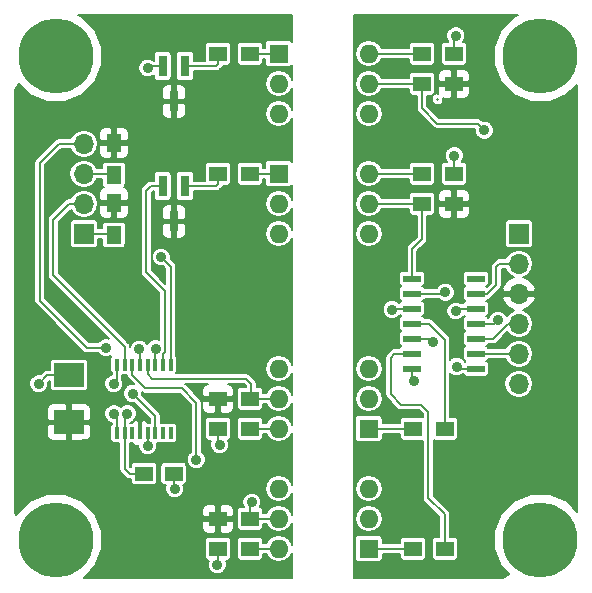
<source format=gtl>
G04 #@! TF.FileFunction,Copper,L1,Top,Signal*
%FSLAX46Y46*%
G04 Gerber Fmt 4.6, Leading zero omitted, Abs format (unit mm)*
G04 Created by KiCad (PCBNEW (after 2015-mar-04 BZR unknown)-product) date 3/7/2017 4:59:06 PM*
%MOMM*%
G01*
G04 APERTURE LIST*
%ADD10C,0.150000*%
%ADD11R,1.300000X1.500000*%
%ADD12R,1.500000X1.300000*%
%ADD13R,0.800100X1.800860*%
%ADD14C,6.350000*%
%ADD15R,2.500000X2.000000*%
%ADD16R,1.500000X1.250000*%
%ADD17R,1.700000X1.700000*%
%ADD18O,1.700000X1.700000*%
%ADD19R,0.400000X1.000000*%
%ADD20R,1.600000X1.600000*%
%ADD21O,1.600000X1.600000*%
%ADD22R,1.500000X0.600000*%
%ADD23C,0.889000*%
%ADD24C,0.203200*%
G04 APERTURE END LIST*
D10*
D11*
X8890000Y-16430000D03*
X8890000Y-19130000D03*
D12*
X34210000Y-45720000D03*
X36910000Y-45720000D03*
D11*
X8890000Y-11350000D03*
X8890000Y-14050000D03*
D12*
X17700000Y-43180000D03*
X20400000Y-43180000D03*
X34210000Y-35560000D03*
X36910000Y-35560000D03*
X17700000Y-13970000D03*
X20400000Y-13970000D03*
X17700000Y-33020000D03*
X20400000Y-33020000D03*
X37672000Y-16510000D03*
X34972000Y-16510000D03*
D13*
X14920000Y-4848860D03*
X13020000Y-4848860D03*
X13970000Y-7851140D03*
X14920000Y-15008860D03*
X13020000Y-15008860D03*
X13970000Y-18011140D03*
D14*
X4000000Y-4000000D03*
X45000000Y-4000000D03*
X4000000Y-45000000D03*
X45000000Y-45000000D03*
D12*
X17700000Y-45720000D03*
X20400000Y-45720000D03*
X37672000Y-13970000D03*
X34972000Y-13970000D03*
X17700000Y-3810000D03*
X20400000Y-3810000D03*
X37672000Y-6350000D03*
X34972000Y-6350000D03*
X17700000Y-35560000D03*
X20400000Y-35560000D03*
X37672000Y-3810000D03*
X34972000Y-3810000D03*
D15*
X5080000Y-35020000D03*
X5080000Y-31020000D03*
D16*
X11450000Y-39370000D03*
X13950000Y-39370000D03*
D17*
X43180000Y-19050000D03*
D18*
X43180000Y-21590000D03*
X43180000Y-24130000D03*
X43180000Y-26670000D03*
X43180000Y-29210000D03*
X43180000Y-31750000D03*
D17*
X6350000Y-19050000D03*
D18*
X6350000Y-16510000D03*
X6350000Y-13970000D03*
X6350000Y-11430000D03*
D19*
X13705000Y-30120000D03*
X13055000Y-30120000D03*
X12405000Y-30120000D03*
X11755000Y-30120000D03*
X11105000Y-30120000D03*
X10455000Y-30120000D03*
X9805000Y-30120000D03*
X9155000Y-30120000D03*
X9155000Y-35920000D03*
X9805000Y-35920000D03*
X10455000Y-35920000D03*
X11105000Y-35920000D03*
X11755000Y-35920000D03*
X12405000Y-35920000D03*
X13055000Y-35920000D03*
X13705000Y-35920000D03*
D20*
X30480000Y-35560000D03*
D21*
X22860000Y-30480000D03*
X30480000Y-33020000D03*
X22860000Y-33020000D03*
X30480000Y-30480000D03*
X22860000Y-35560000D03*
D20*
X22860000Y-3810000D03*
D21*
X30480000Y-8890000D03*
X22860000Y-6350000D03*
X30480000Y-6350000D03*
X22860000Y-8890000D03*
X30480000Y-3810000D03*
D20*
X30480000Y-45720000D03*
D21*
X22860000Y-40640000D03*
X30480000Y-43180000D03*
X22860000Y-43180000D03*
X30480000Y-40640000D03*
X22860000Y-45720000D03*
D20*
X22860000Y-13970000D03*
D21*
X30480000Y-19050000D03*
X22860000Y-16510000D03*
X30480000Y-16510000D03*
X22860000Y-19050000D03*
X30480000Y-13970000D03*
D22*
X34130000Y-22860000D03*
X34130000Y-24130000D03*
X34130000Y-25400000D03*
X34130000Y-26670000D03*
X34130000Y-27940000D03*
X34130000Y-29210000D03*
X34130000Y-30480000D03*
X39530000Y-30480000D03*
X39530000Y-29210000D03*
X39530000Y-27940000D03*
X39530000Y-26670000D03*
X39530000Y-25400000D03*
X39530000Y-24130000D03*
X39530000Y-22860000D03*
D23*
X6350000Y-36830000D03*
X11747500Y-37020500D03*
X17843500Y-36893500D03*
X14033500Y-40640000D03*
X17653000Y-47053500D03*
X11049000Y-28829000D03*
X2540000Y-31750000D03*
X12446000Y-28765500D03*
X10033000Y-34290000D03*
X8890000Y-34290000D03*
X8890000Y-31750000D03*
X36957000Y-24003000D03*
X10477500Y-32575500D03*
X8255000Y-28702000D03*
X11747500Y-5016500D03*
X12890500Y-21018500D03*
X40259000Y-10287000D03*
X41402000Y-26352500D03*
X15875000Y-38163500D03*
X20574000Y-41783000D03*
X37846000Y-2286000D03*
X37719000Y-12446000D03*
X34290000Y-31496000D03*
X32448500Y-25463500D03*
X37909500Y-30289500D03*
X37846000Y-25590500D03*
X35877500Y-28194000D03*
D24*
X36252000Y-7630000D02*
X36322000Y-7700000D01*
X14920000Y-4848860D02*
X17503140Y-4848860D01*
X17700000Y-4652000D02*
X17700000Y-3810000D01*
X17503140Y-4848860D02*
X17700000Y-4652000D01*
X14920000Y-15008860D02*
X17503140Y-15008860D01*
X17700000Y-14812000D02*
X17700000Y-13970000D01*
X17503140Y-15008860D02*
X17700000Y-14812000D01*
X22860000Y-13970000D02*
X20400000Y-13970000D01*
X11755000Y-35920000D02*
X11755000Y-37013000D01*
X11755000Y-37013000D02*
X11747500Y-37020500D01*
X17700000Y-35560000D02*
X17700000Y-36750000D01*
X17700000Y-36750000D02*
X17843500Y-36893500D01*
X13950000Y-39370000D02*
X13950000Y-40556500D01*
X13950000Y-40556500D02*
X14033500Y-40640000D01*
X17700000Y-45720000D02*
X17700000Y-47006500D01*
X17700000Y-47006500D02*
X17653000Y-47053500D01*
X11105000Y-30120000D02*
X11105000Y-28885000D01*
X11105000Y-28885000D02*
X11049000Y-28829000D01*
X5080000Y-31020000D02*
X3270000Y-31020000D01*
X3270000Y-31020000D02*
X2540000Y-31750000D01*
X9805000Y-35920000D02*
X9805000Y-34518000D01*
X12405000Y-28806500D02*
X12405000Y-30120000D01*
X12446000Y-28765500D02*
X12405000Y-28806500D01*
X9805000Y-34518000D02*
X10033000Y-34290000D01*
X9805000Y-35920000D02*
X9805000Y-38951500D01*
X10223500Y-39370000D02*
X11450000Y-39370000D01*
X9805000Y-38951500D02*
X10223500Y-39370000D01*
X9155000Y-34555000D02*
X9155000Y-35920000D01*
X8890000Y-34290000D02*
X9155000Y-34555000D01*
X9155000Y-31485000D02*
X9155000Y-30120000D01*
X8890000Y-31750000D02*
X9155000Y-31485000D01*
X39530000Y-24130000D02*
X40513000Y-24130000D01*
X41529000Y-21590000D02*
X43180000Y-21590000D01*
X41275000Y-21844000D02*
X41529000Y-21590000D01*
X41275000Y-23368000D02*
X41275000Y-21844000D01*
X40513000Y-24130000D02*
X41275000Y-23368000D01*
X39530000Y-27940000D02*
X41021000Y-27940000D01*
X42291000Y-26670000D02*
X43180000Y-26670000D01*
X41021000Y-27940000D02*
X42291000Y-26670000D01*
X39530000Y-29210000D02*
X43180000Y-29210000D01*
X34130000Y-24130000D02*
X36830000Y-24130000D01*
X36830000Y-24130000D02*
X36957000Y-24003000D01*
X6350000Y-19050000D02*
X8810000Y-19050000D01*
X8810000Y-19050000D02*
X8890000Y-19130000D01*
X9805000Y-30120000D02*
X9805000Y-28601000D01*
X5080000Y-16510000D02*
X6350000Y-16510000D01*
X3746500Y-17843500D02*
X5080000Y-16510000D01*
X3746500Y-22542500D02*
X3746500Y-17843500D01*
X9805000Y-28601000D02*
X3746500Y-22542500D01*
X6350000Y-13970000D02*
X8810000Y-13970000D01*
X8810000Y-13970000D02*
X8890000Y-14050000D01*
X6350000Y-11430000D02*
X4254500Y-11430000D01*
X12405000Y-34503000D02*
X12405000Y-35920000D01*
X10477500Y-32575500D02*
X12405000Y-34503000D01*
X6604000Y-28702000D02*
X8255000Y-28702000D01*
X2603500Y-24701500D02*
X6604000Y-28702000D01*
X2603500Y-13081000D02*
X2603500Y-24701500D01*
X4254500Y-11430000D02*
X2603500Y-13081000D01*
X13705000Y-30120000D02*
X13705000Y-21833000D01*
X11915140Y-4848860D02*
X13020000Y-4848860D01*
X11747500Y-5016500D02*
X11915140Y-4848860D01*
X13705000Y-21833000D02*
X12890500Y-21018500D01*
X13055000Y-30120000D02*
X13055000Y-29236000D01*
X12042140Y-15008860D02*
X13020000Y-15008860D01*
X11620500Y-15430500D02*
X12042140Y-15008860D01*
X11620500Y-22288500D02*
X11620500Y-15430500D01*
X13208000Y-23876000D02*
X11620500Y-22288500D01*
X13208000Y-29083000D02*
X13208000Y-23876000D01*
X13055000Y-29236000D02*
X13208000Y-29083000D01*
X34210000Y-35560000D02*
X30480000Y-35560000D01*
X36910000Y-35560000D02*
X36910000Y-28020000D01*
X35560000Y-26670000D02*
X34130000Y-26670000D01*
X36910000Y-28020000D02*
X35560000Y-26670000D01*
X11755000Y-30120000D02*
X11755000Y-30932000D01*
X20510500Y-31750000D02*
X20510500Y-32909500D01*
X20066000Y-31305500D02*
X20510500Y-31750000D01*
X12128500Y-31305500D02*
X20066000Y-31305500D01*
X11755000Y-30932000D02*
X12128500Y-31305500D01*
X20510500Y-32909500D02*
X20400000Y-33020000D01*
X22860000Y-33020000D02*
X20400000Y-33020000D01*
X22860000Y-3810000D02*
X20400000Y-3810000D01*
X39530000Y-26670000D02*
X41084500Y-26670000D01*
X34972000Y-8429000D02*
X34972000Y-6350000D01*
X36258500Y-9715500D02*
X34972000Y-8429000D01*
X39687500Y-9715500D02*
X36258500Y-9715500D01*
X40259000Y-10287000D02*
X39687500Y-9715500D01*
X41084500Y-26670000D02*
X41402000Y-26352500D01*
X34972000Y-6350000D02*
X30480000Y-6350000D01*
X20400000Y-35560000D02*
X22860000Y-35560000D01*
X34972000Y-3810000D02*
X30480000Y-3810000D01*
X34210000Y-45720000D02*
X30480000Y-45720000D01*
X36910000Y-45720000D02*
X36910000Y-42815500D01*
X32639000Y-29210000D02*
X34130000Y-29210000D01*
X32321500Y-29527500D02*
X32639000Y-29210000D01*
X32321500Y-32639000D02*
X32321500Y-29527500D01*
X33210500Y-33528000D02*
X32321500Y-32639000D01*
X34925000Y-33528000D02*
X33210500Y-33528000D01*
X35496500Y-34099500D02*
X34925000Y-33528000D01*
X35496500Y-41402000D02*
X35496500Y-34099500D01*
X36910000Y-42815500D02*
X35496500Y-41402000D01*
X20400000Y-43180000D02*
X20400000Y-41957000D01*
X20400000Y-41957000D02*
X20574000Y-41783000D01*
X10455000Y-30120000D02*
X10455000Y-31029000D01*
X10455000Y-31029000D02*
X11557000Y-32131000D01*
X11557000Y-32131000D02*
X14668500Y-32131000D01*
X14668500Y-32131000D02*
X15875000Y-33337500D01*
X15875000Y-33337500D02*
X15875000Y-38163500D01*
X20400000Y-43180000D02*
X22860000Y-43180000D01*
X34130000Y-22860000D02*
X34130000Y-20353000D01*
X34972000Y-19511000D02*
X34972000Y-16510000D01*
X34130000Y-20353000D02*
X34972000Y-19511000D01*
X34972000Y-16510000D02*
X30480000Y-16510000D01*
X22860000Y-45720000D02*
X20400000Y-45720000D01*
X34972000Y-13970000D02*
X30480000Y-13970000D01*
X37672000Y-3810000D02*
X37672000Y-2460000D01*
X37672000Y-2460000D02*
X37846000Y-2286000D01*
X37672000Y-13970000D02*
X37672000Y-12493000D01*
X37672000Y-12493000D02*
X37719000Y-12446000D01*
X34130000Y-30480000D02*
X34130000Y-31336000D01*
X34130000Y-31336000D02*
X34290000Y-31496000D01*
X39530000Y-30480000D02*
X38100000Y-30480000D01*
X32512000Y-25400000D02*
X34130000Y-25400000D01*
X32448500Y-25463500D02*
X32512000Y-25400000D01*
X38100000Y-30480000D02*
X37909500Y-30289500D01*
X34130000Y-27940000D02*
X35623500Y-27940000D01*
X38036500Y-25400000D02*
X39530000Y-25400000D01*
X37846000Y-25590500D02*
X38036500Y-25400000D01*
X35623500Y-27940000D02*
X35877500Y-28194000D01*
G36*
X23968400Y-48168400D02*
X19059600Y-48168400D01*
X19059600Y-43951257D01*
X19059600Y-43708743D01*
X19059600Y-43484800D01*
X19059600Y-42875200D01*
X19059600Y-42651257D01*
X19059600Y-42408743D01*
X19059600Y-33791257D01*
X19059600Y-33548743D01*
X19059600Y-33324800D01*
X18907200Y-33172400D01*
X17852400Y-33172400D01*
X17852400Y-34127200D01*
X18004800Y-34279600D01*
X18571257Y-34279600D01*
X18795311Y-34186794D01*
X18966794Y-34015311D01*
X19059600Y-33791257D01*
X19059600Y-42408743D01*
X18966794Y-42184689D01*
X18812567Y-42030462D01*
X18812567Y-36210000D01*
X18812567Y-34910000D01*
X18786259Y-34774411D01*
X18707977Y-34655241D01*
X18589799Y-34575469D01*
X18450000Y-34547433D01*
X17547600Y-34547433D01*
X17547600Y-34127200D01*
X17547600Y-33172400D01*
X16492800Y-33172400D01*
X16340400Y-33324800D01*
X16340400Y-33548743D01*
X16340400Y-33791257D01*
X16433206Y-34015311D01*
X16604689Y-34186794D01*
X16828743Y-34279600D01*
X17395200Y-34279600D01*
X17547600Y-34127200D01*
X17547600Y-34547433D01*
X16950000Y-34547433D01*
X16814411Y-34573741D01*
X16695241Y-34652023D01*
X16615469Y-34770201D01*
X16587433Y-34910000D01*
X16587433Y-36210000D01*
X16613741Y-36345589D01*
X16692023Y-36464759D01*
X16810201Y-36544531D01*
X16950000Y-36572567D01*
X17110427Y-36572567D01*
X17043539Y-36733652D01*
X17043261Y-37051952D01*
X17164813Y-37346128D01*
X17389688Y-37571396D01*
X17683652Y-37693461D01*
X18001952Y-37693739D01*
X18296128Y-37572187D01*
X18521396Y-37347312D01*
X18643461Y-37053348D01*
X18643739Y-36735048D01*
X18567206Y-36549825D01*
X18585589Y-36546259D01*
X18704759Y-36467977D01*
X18784531Y-36349799D01*
X18812567Y-36210000D01*
X18812567Y-42030462D01*
X18795311Y-42013206D01*
X18571257Y-41920400D01*
X18004800Y-41920400D01*
X17852400Y-42072800D01*
X17852400Y-43027600D01*
X18907200Y-43027600D01*
X19059600Y-42875200D01*
X19059600Y-43484800D01*
X18907200Y-43332400D01*
X17852400Y-43332400D01*
X17852400Y-44287200D01*
X18004800Y-44439600D01*
X18571257Y-44439600D01*
X18795311Y-44346794D01*
X18966794Y-44175311D01*
X19059600Y-43951257D01*
X19059600Y-48168400D01*
X18812567Y-48168400D01*
X18812567Y-46370000D01*
X18812567Y-45070000D01*
X18786259Y-44934411D01*
X18707977Y-44815241D01*
X18589799Y-44735469D01*
X18450000Y-44707433D01*
X17547600Y-44707433D01*
X17547600Y-44287200D01*
X17547600Y-43332400D01*
X17547600Y-43027600D01*
X17547600Y-42072800D01*
X17395200Y-41920400D01*
X16828743Y-41920400D01*
X16604689Y-42013206D01*
X16433206Y-42184689D01*
X16340400Y-42408743D01*
X16340400Y-42651257D01*
X16340400Y-42875200D01*
X16492800Y-43027600D01*
X17547600Y-43027600D01*
X17547600Y-43332400D01*
X16492800Y-43332400D01*
X16340400Y-43484800D01*
X16340400Y-43708743D01*
X16340400Y-43951257D01*
X16433206Y-44175311D01*
X16604689Y-44346794D01*
X16828743Y-44439600D01*
X17395200Y-44439600D01*
X17547600Y-44287200D01*
X17547600Y-44707433D01*
X16950000Y-44707433D01*
X16814411Y-44733741D01*
X16695241Y-44812023D01*
X16615469Y-44930201D01*
X16587433Y-45070000D01*
X16587433Y-46370000D01*
X16613741Y-46505589D01*
X16692023Y-46624759D01*
X16810201Y-46704531D01*
X16922239Y-46726999D01*
X16853039Y-46893652D01*
X16852761Y-47211952D01*
X16974313Y-47506128D01*
X17199188Y-47731396D01*
X17493152Y-47853461D01*
X17811452Y-47853739D01*
X18105628Y-47732187D01*
X18330896Y-47507312D01*
X18452961Y-47213348D01*
X18453239Y-46895048D01*
X18386102Y-46732567D01*
X18450000Y-46732567D01*
X18585589Y-46706259D01*
X18704759Y-46627977D01*
X18784531Y-46509799D01*
X18812567Y-46370000D01*
X18812567Y-48168400D01*
X15062567Y-48168400D01*
X15062567Y-39995000D01*
X15062567Y-38745000D01*
X15036259Y-38609411D01*
X14957977Y-38490241D01*
X14839799Y-38410469D01*
X14700000Y-38382433D01*
X13200000Y-38382433D01*
X13064411Y-38408741D01*
X12945241Y-38487023D01*
X12865469Y-38605201D01*
X12837433Y-38745000D01*
X12837433Y-39995000D01*
X12863741Y-40130589D01*
X12942023Y-40249759D01*
X13060201Y-40329531D01*
X13200000Y-40357567D01*
X13284440Y-40357567D01*
X13233539Y-40480152D01*
X13233261Y-40798452D01*
X13354813Y-41092628D01*
X13579688Y-41317896D01*
X13873652Y-41439961D01*
X14191952Y-41440239D01*
X14486128Y-41318687D01*
X14711396Y-41093812D01*
X14833461Y-40799848D01*
X14833739Y-40481548D01*
X14776386Y-40342745D01*
X14835589Y-40331259D01*
X14954759Y-40252977D01*
X15034531Y-40134799D01*
X15062567Y-39995000D01*
X15062567Y-48168400D01*
X6362737Y-48168400D01*
X7314160Y-47218637D01*
X7910920Y-45781479D01*
X7912278Y-44225348D01*
X7318027Y-42787151D01*
X6939600Y-42408062D01*
X6939600Y-36141257D01*
X6939600Y-35324800D01*
X6939600Y-34715200D01*
X6939600Y-33898743D01*
X6846794Y-33674689D01*
X6692567Y-33520462D01*
X6692567Y-32020000D01*
X6692567Y-30020000D01*
X6666259Y-29884411D01*
X6587977Y-29765241D01*
X6469799Y-29685469D01*
X6330000Y-29657433D01*
X3830000Y-29657433D01*
X3694411Y-29683741D01*
X3575241Y-29762023D01*
X3495469Y-29880201D01*
X3467433Y-30020000D01*
X3467433Y-30562800D01*
X3270000Y-30562800D01*
X3095037Y-30597602D01*
X2946711Y-30696711D01*
X2693388Y-30950033D01*
X2381548Y-30949761D01*
X2087372Y-31071313D01*
X1862104Y-31296188D01*
X1740039Y-31590152D01*
X1739761Y-31908452D01*
X1861313Y-32202628D01*
X2086188Y-32427896D01*
X2380152Y-32549961D01*
X2698452Y-32550239D01*
X2992628Y-32428687D01*
X3217896Y-32203812D01*
X3339961Y-31909848D01*
X3340234Y-31596343D01*
X3459378Y-31477200D01*
X3467433Y-31477200D01*
X3467433Y-32020000D01*
X3493741Y-32155589D01*
X3572023Y-32274759D01*
X3690201Y-32354531D01*
X3830000Y-32382567D01*
X6330000Y-32382567D01*
X6465589Y-32356259D01*
X6584759Y-32277977D01*
X6664531Y-32159799D01*
X6692567Y-32020000D01*
X6692567Y-33520462D01*
X6675311Y-33503206D01*
X6451257Y-33410400D01*
X6208743Y-33410400D01*
X5384800Y-33410400D01*
X5232400Y-33562800D01*
X5232400Y-34867600D01*
X6787200Y-34867600D01*
X6939600Y-34715200D01*
X6939600Y-35324800D01*
X6787200Y-35172400D01*
X5232400Y-35172400D01*
X5232400Y-36477200D01*
X5384800Y-36629600D01*
X6208743Y-36629600D01*
X6451257Y-36629600D01*
X6675311Y-36536794D01*
X6846794Y-36365311D01*
X6939600Y-36141257D01*
X6939600Y-42408062D01*
X6218637Y-41685840D01*
X4927600Y-41149754D01*
X4927600Y-36477200D01*
X4927600Y-35172400D01*
X4927600Y-34867600D01*
X4927600Y-33562800D01*
X4775200Y-33410400D01*
X3951257Y-33410400D01*
X3708743Y-33410400D01*
X3484689Y-33503206D01*
X3313206Y-33674689D01*
X3220400Y-33898743D01*
X3220400Y-34715200D01*
X3372800Y-34867600D01*
X4927600Y-34867600D01*
X4927600Y-35172400D01*
X3372800Y-35172400D01*
X3220400Y-35324800D01*
X3220400Y-36141257D01*
X3313206Y-36365311D01*
X3484689Y-36536794D01*
X3708743Y-36629600D01*
X3951257Y-36629600D01*
X4775200Y-36629600D01*
X4927600Y-36477200D01*
X4927600Y-41149754D01*
X4781479Y-41089080D01*
X3225348Y-41087722D01*
X1787151Y-41681973D01*
X685840Y-42781363D01*
X640629Y-42890241D01*
X546100Y-42732691D01*
X546100Y-6904012D01*
X876778Y-6407994D01*
X1781363Y-7314160D01*
X3218521Y-7910920D01*
X4774652Y-7912278D01*
X6212849Y-7318027D01*
X7314160Y-6218637D01*
X7910920Y-4781479D01*
X7912278Y-3225348D01*
X7318027Y-1787151D01*
X6218637Y-685840D01*
X5882105Y-546100D01*
X23968400Y-546100D01*
X23968400Y-2832000D01*
X23917977Y-2755241D01*
X23799799Y-2675469D01*
X23660000Y-2647433D01*
X22060000Y-2647433D01*
X21924411Y-2673741D01*
X21805241Y-2752023D01*
X21725469Y-2870201D01*
X21697433Y-3010000D01*
X21697433Y-3352800D01*
X21512567Y-3352800D01*
X21512567Y-3160000D01*
X21486259Y-3024411D01*
X21407977Y-2905241D01*
X21289799Y-2825469D01*
X21150000Y-2797433D01*
X19650000Y-2797433D01*
X19514411Y-2823741D01*
X19395241Y-2902023D01*
X19315469Y-3020201D01*
X19287433Y-3160000D01*
X19287433Y-4460000D01*
X19313741Y-4595589D01*
X19392023Y-4714759D01*
X19510201Y-4794531D01*
X19650000Y-4822567D01*
X21150000Y-4822567D01*
X21285589Y-4796259D01*
X21404759Y-4717977D01*
X21484531Y-4599799D01*
X21512567Y-4460000D01*
X21512567Y-4267200D01*
X21697433Y-4267200D01*
X21697433Y-4610000D01*
X21723741Y-4745589D01*
X21802023Y-4864759D01*
X21920201Y-4944531D01*
X22060000Y-4972567D01*
X23660000Y-4972567D01*
X23795589Y-4946259D01*
X23914759Y-4867977D01*
X23968400Y-4788510D01*
X23968400Y-5998891D01*
X23950275Y-5907771D01*
X23699773Y-5532867D01*
X23324869Y-5282365D01*
X22882640Y-5194400D01*
X22837360Y-5194400D01*
X22395131Y-5282365D01*
X22020227Y-5532867D01*
X21769725Y-5907771D01*
X21681760Y-6350000D01*
X21769725Y-6792229D01*
X22020227Y-7167133D01*
X22395131Y-7417635D01*
X22837360Y-7505600D01*
X22882640Y-7505600D01*
X23324869Y-7417635D01*
X23699773Y-7167133D01*
X23950275Y-6792229D01*
X23968400Y-6701108D01*
X23968400Y-8538891D01*
X23950275Y-8447771D01*
X23699773Y-8072867D01*
X23324869Y-7822365D01*
X22882640Y-7734400D01*
X22837360Y-7734400D01*
X22395131Y-7822365D01*
X22020227Y-8072867D01*
X21769725Y-8447771D01*
X21681760Y-8890000D01*
X21769725Y-9332229D01*
X22020227Y-9707133D01*
X22395131Y-9957635D01*
X22837360Y-10045600D01*
X22882640Y-10045600D01*
X23324869Y-9957635D01*
X23699773Y-9707133D01*
X23950275Y-9332229D01*
X23968400Y-9241108D01*
X23968400Y-12992000D01*
X23917977Y-12915241D01*
X23799799Y-12835469D01*
X23660000Y-12807433D01*
X22060000Y-12807433D01*
X21924411Y-12833741D01*
X21805241Y-12912023D01*
X21725469Y-13030201D01*
X21697433Y-13170000D01*
X21697433Y-13512800D01*
X21512567Y-13512800D01*
X21512567Y-13320000D01*
X21486259Y-13184411D01*
X21407977Y-13065241D01*
X21289799Y-12985469D01*
X21150000Y-12957433D01*
X19650000Y-12957433D01*
X19514411Y-12983741D01*
X19395241Y-13062023D01*
X19315469Y-13180201D01*
X19287433Y-13320000D01*
X19287433Y-14620000D01*
X19313741Y-14755589D01*
X19392023Y-14874759D01*
X19510201Y-14954531D01*
X19650000Y-14982567D01*
X21150000Y-14982567D01*
X21285589Y-14956259D01*
X21404759Y-14877977D01*
X21484531Y-14759799D01*
X21512567Y-14620000D01*
X21512567Y-14427200D01*
X21697433Y-14427200D01*
X21697433Y-14770000D01*
X21723741Y-14905589D01*
X21802023Y-15024759D01*
X21920201Y-15104531D01*
X22060000Y-15132567D01*
X23660000Y-15132567D01*
X23795589Y-15106259D01*
X23914759Y-15027977D01*
X23968400Y-14948510D01*
X23968400Y-16158891D01*
X23950275Y-16067771D01*
X23699773Y-15692867D01*
X23324869Y-15442365D01*
X22882640Y-15354400D01*
X22837360Y-15354400D01*
X22395131Y-15442365D01*
X22020227Y-15692867D01*
X21769725Y-16067771D01*
X21681760Y-16510000D01*
X21769725Y-16952229D01*
X22020227Y-17327133D01*
X22395131Y-17577635D01*
X22837360Y-17665600D01*
X22882640Y-17665600D01*
X23324869Y-17577635D01*
X23699773Y-17327133D01*
X23950275Y-16952229D01*
X23968400Y-16861108D01*
X23968400Y-18698891D01*
X23950275Y-18607771D01*
X23699773Y-18232867D01*
X23324869Y-17982365D01*
X22882640Y-17894400D01*
X22837360Y-17894400D01*
X22395131Y-17982365D01*
X22020227Y-18232867D01*
X21769725Y-18607771D01*
X21681760Y-19050000D01*
X21769725Y-19492229D01*
X22020227Y-19867133D01*
X22395131Y-20117635D01*
X22837360Y-20205600D01*
X22882640Y-20205600D01*
X23324869Y-20117635D01*
X23699773Y-19867133D01*
X23950275Y-19492229D01*
X23968400Y-19401108D01*
X23968400Y-30128891D01*
X23950275Y-30037771D01*
X23699773Y-29662867D01*
X23324869Y-29412365D01*
X22882640Y-29324400D01*
X22837360Y-29324400D01*
X22395131Y-29412365D01*
X22020227Y-29662867D01*
X21769725Y-30037771D01*
X21681760Y-30480000D01*
X21769725Y-30922229D01*
X22020227Y-31297133D01*
X22395131Y-31547635D01*
X22837360Y-31635600D01*
X22882640Y-31635600D01*
X23324869Y-31547635D01*
X23699773Y-31297133D01*
X23950275Y-30922229D01*
X23968400Y-30831108D01*
X23968400Y-32668891D01*
X23950275Y-32577771D01*
X23699773Y-32202867D01*
X23324869Y-31952365D01*
X22882640Y-31864400D01*
X22837360Y-31864400D01*
X22395131Y-31952365D01*
X22020227Y-32202867D01*
X21779728Y-32562800D01*
X21512567Y-32562800D01*
X21512567Y-32370000D01*
X21486259Y-32234411D01*
X21407977Y-32115241D01*
X21289799Y-32035469D01*
X21150000Y-32007433D01*
X20967700Y-32007433D01*
X20967700Y-31750000D01*
X20932898Y-31575037D01*
X20833789Y-31426711D01*
X20389289Y-30982211D01*
X20240963Y-30883102D01*
X20066000Y-30848300D01*
X18812567Y-30848300D01*
X18812567Y-14620000D01*
X18812567Y-13320000D01*
X18812567Y-4460000D01*
X18812567Y-3160000D01*
X18786259Y-3024411D01*
X18707977Y-2905241D01*
X18589799Y-2825469D01*
X18450000Y-2797433D01*
X16950000Y-2797433D01*
X16814411Y-2823741D01*
X16695241Y-2902023D01*
X16615469Y-3020201D01*
X16587433Y-3160000D01*
X16587433Y-4391660D01*
X15682617Y-4391660D01*
X15682617Y-3948430D01*
X15656309Y-3812841D01*
X15578027Y-3693671D01*
X15459849Y-3613899D01*
X15320050Y-3585863D01*
X14519950Y-3585863D01*
X14384361Y-3612171D01*
X14265191Y-3690453D01*
X14185419Y-3808631D01*
X14157383Y-3948430D01*
X14157383Y-5749290D01*
X14183691Y-5884879D01*
X14261973Y-6004049D01*
X14380151Y-6083821D01*
X14519950Y-6111857D01*
X15320050Y-6111857D01*
X15455639Y-6085549D01*
X15574809Y-6007267D01*
X15654581Y-5889089D01*
X15682617Y-5749290D01*
X15682617Y-5306060D01*
X17503140Y-5306060D01*
X17678103Y-5271258D01*
X17826429Y-5172149D01*
X18023289Y-4975289D01*
X18122398Y-4826963D01*
X18123272Y-4822567D01*
X18450000Y-4822567D01*
X18585589Y-4796259D01*
X18704759Y-4717977D01*
X18784531Y-4599799D01*
X18812567Y-4460000D01*
X18812567Y-13320000D01*
X18786259Y-13184411D01*
X18707977Y-13065241D01*
X18589799Y-12985469D01*
X18450000Y-12957433D01*
X16950000Y-12957433D01*
X16814411Y-12983741D01*
X16695241Y-13062023D01*
X16615469Y-13180201D01*
X16587433Y-13320000D01*
X16587433Y-14551660D01*
X15682617Y-14551660D01*
X15682617Y-14108430D01*
X15656309Y-13972841D01*
X15578027Y-13853671D01*
X15459849Y-13773899D01*
X15320050Y-13745863D01*
X14979650Y-13745863D01*
X14979650Y-8872827D01*
X14979650Y-8630313D01*
X14979650Y-8155940D01*
X14979650Y-7546340D01*
X14979650Y-7071967D01*
X14979650Y-6829453D01*
X14886844Y-6605399D01*
X14715361Y-6433916D01*
X14491307Y-6341110D01*
X14274800Y-6341110D01*
X14122400Y-6493510D01*
X14122400Y-7698740D01*
X14827250Y-7698740D01*
X14979650Y-7546340D01*
X14979650Y-8155940D01*
X14827250Y-8003540D01*
X14122400Y-8003540D01*
X14122400Y-9208770D01*
X14274800Y-9361170D01*
X14491307Y-9361170D01*
X14715361Y-9268364D01*
X14886844Y-9096881D01*
X14979650Y-8872827D01*
X14979650Y-13745863D01*
X14519950Y-13745863D01*
X14384361Y-13772171D01*
X14265191Y-13850453D01*
X14185419Y-13968631D01*
X14157383Y-14108430D01*
X14157383Y-15909290D01*
X14183691Y-16044879D01*
X14261973Y-16164049D01*
X14380151Y-16243821D01*
X14519950Y-16271857D01*
X15320050Y-16271857D01*
X15455639Y-16245549D01*
X15574809Y-16167267D01*
X15654581Y-16049089D01*
X15682617Y-15909290D01*
X15682617Y-15466060D01*
X17503140Y-15466060D01*
X17678103Y-15431258D01*
X17826429Y-15332149D01*
X18023289Y-15135289D01*
X18122398Y-14986963D01*
X18123272Y-14982567D01*
X18450000Y-14982567D01*
X18585589Y-14956259D01*
X18704759Y-14877977D01*
X18784531Y-14759799D01*
X18812567Y-14620000D01*
X18812567Y-30848300D01*
X14979650Y-30848300D01*
X14979650Y-19032827D01*
X14979650Y-18790313D01*
X14979650Y-18315940D01*
X14979650Y-17706340D01*
X14979650Y-17231967D01*
X14979650Y-16989453D01*
X14886844Y-16765399D01*
X14715361Y-16593916D01*
X14491307Y-16501110D01*
X14274800Y-16501110D01*
X14122400Y-16653510D01*
X14122400Y-17858740D01*
X14827250Y-17858740D01*
X14979650Y-17706340D01*
X14979650Y-18315940D01*
X14827250Y-18163540D01*
X14122400Y-18163540D01*
X14122400Y-19368770D01*
X14274800Y-19521170D01*
X14491307Y-19521170D01*
X14715361Y-19428364D01*
X14886844Y-19256881D01*
X14979650Y-19032827D01*
X14979650Y-30848300D01*
X14179791Y-30848300D01*
X14239531Y-30759799D01*
X14267567Y-30620000D01*
X14267567Y-29620000D01*
X14241259Y-29484411D01*
X14162977Y-29365241D01*
X14162200Y-29364716D01*
X14162200Y-21833000D01*
X14127398Y-21658037D01*
X14028289Y-21509711D01*
X13817600Y-21299022D01*
X13817600Y-19368770D01*
X13817600Y-18163540D01*
X13817600Y-17858740D01*
X13817600Y-16653510D01*
X13817600Y-9208770D01*
X13817600Y-8003540D01*
X13817600Y-7698740D01*
X13817600Y-6493510D01*
X13782617Y-6458527D01*
X13782617Y-5749290D01*
X13782617Y-3948430D01*
X13756309Y-3812841D01*
X13678027Y-3693671D01*
X13559849Y-3613899D01*
X13420050Y-3585863D01*
X12619950Y-3585863D01*
X12484361Y-3612171D01*
X12365191Y-3690453D01*
X12285419Y-3808631D01*
X12257383Y-3948430D01*
X12257383Y-4391660D01*
X12254275Y-4391660D01*
X12201312Y-4338604D01*
X11907348Y-4216539D01*
X11589048Y-4216261D01*
X11294872Y-4337813D01*
X11069604Y-4562688D01*
X10947539Y-4856652D01*
X10947261Y-5174952D01*
X11068813Y-5469128D01*
X11293688Y-5694396D01*
X11587652Y-5816461D01*
X11905952Y-5816739D01*
X12200128Y-5695187D01*
X12257383Y-5638031D01*
X12257383Y-5749290D01*
X12283691Y-5884879D01*
X12361973Y-6004049D01*
X12480151Y-6083821D01*
X12619950Y-6111857D01*
X13420050Y-6111857D01*
X13555639Y-6085549D01*
X13674809Y-6007267D01*
X13754581Y-5889089D01*
X13782617Y-5749290D01*
X13782617Y-6458527D01*
X13665200Y-6341110D01*
X13448693Y-6341110D01*
X13224639Y-6433916D01*
X13053156Y-6605399D01*
X12960350Y-6829453D01*
X12960350Y-7071967D01*
X12960350Y-7546340D01*
X13112750Y-7698740D01*
X13817600Y-7698740D01*
X13817600Y-8003540D01*
X13112750Y-8003540D01*
X12960350Y-8155940D01*
X12960350Y-8630313D01*
X12960350Y-8872827D01*
X13053156Y-9096881D01*
X13224639Y-9268364D01*
X13448693Y-9361170D01*
X13665200Y-9361170D01*
X13817600Y-9208770D01*
X13817600Y-16653510D01*
X13665200Y-16501110D01*
X13448693Y-16501110D01*
X13224639Y-16593916D01*
X13053156Y-16765399D01*
X12960350Y-16989453D01*
X12960350Y-17231967D01*
X12960350Y-17706340D01*
X13112750Y-17858740D01*
X13817600Y-17858740D01*
X13817600Y-18163540D01*
X13112750Y-18163540D01*
X12960350Y-18315940D01*
X12960350Y-18790313D01*
X12960350Y-19032827D01*
X13053156Y-19256881D01*
X13224639Y-19428364D01*
X13448693Y-19521170D01*
X13665200Y-19521170D01*
X13817600Y-19368770D01*
X13817600Y-21299022D01*
X13690466Y-21171888D01*
X13690739Y-20860048D01*
X13569187Y-20565872D01*
X13344312Y-20340604D01*
X13050348Y-20218539D01*
X12732048Y-20218261D01*
X12437872Y-20339813D01*
X12212604Y-20564688D01*
X12090539Y-20858652D01*
X12090261Y-21176952D01*
X12211813Y-21471128D01*
X12436688Y-21696396D01*
X12730652Y-21818461D01*
X13044156Y-21818734D01*
X13247800Y-22022378D01*
X13247800Y-23269222D01*
X12077700Y-22099122D01*
X12077700Y-15619878D01*
X12231518Y-15466060D01*
X12257383Y-15466060D01*
X12257383Y-15909290D01*
X12283691Y-16044879D01*
X12361973Y-16164049D01*
X12480151Y-16243821D01*
X12619950Y-16271857D01*
X13420050Y-16271857D01*
X13555639Y-16245549D01*
X13674809Y-16167267D01*
X13754581Y-16049089D01*
X13782617Y-15909290D01*
X13782617Y-14108430D01*
X13756309Y-13972841D01*
X13678027Y-13853671D01*
X13559849Y-13773899D01*
X13420050Y-13745863D01*
X12619950Y-13745863D01*
X12484361Y-13772171D01*
X12365191Y-13850453D01*
X12285419Y-13968631D01*
X12257383Y-14108430D01*
X12257383Y-14551660D01*
X12042140Y-14551660D01*
X11867177Y-14586462D01*
X11718851Y-14685571D01*
X11297211Y-15107211D01*
X11198102Y-15255537D01*
X11163300Y-15430500D01*
X11163300Y-22288500D01*
X11198102Y-22463463D01*
X11297211Y-22611789D01*
X12750800Y-24065378D01*
X12750800Y-28025728D01*
X12605848Y-27965539D01*
X12287548Y-27965261D01*
X11993372Y-28086813D01*
X11768104Y-28311688D01*
X11734449Y-28392737D01*
X11727687Y-28376372D01*
X11502812Y-28151104D01*
X11208848Y-28029039D01*
X10890548Y-28028761D01*
X10596372Y-28150313D01*
X10371104Y-28375188D01*
X10262200Y-28637456D01*
X10262200Y-28601000D01*
X10227398Y-28426037D01*
X10149600Y-28309604D01*
X10149600Y-17301257D01*
X10149600Y-16734800D01*
X10149600Y-16125200D01*
X10149600Y-15558743D01*
X10149600Y-12221257D01*
X10149600Y-11654800D01*
X10149600Y-11045200D01*
X10149600Y-10478743D01*
X10056794Y-10254689D01*
X9885311Y-10083206D01*
X9661257Y-9990400D01*
X9418743Y-9990400D01*
X9194800Y-9990400D01*
X9042400Y-10142800D01*
X9042400Y-11197600D01*
X9997200Y-11197600D01*
X10149600Y-11045200D01*
X10149600Y-11654800D01*
X9997200Y-11502400D01*
X9042400Y-11502400D01*
X9042400Y-12557200D01*
X9194800Y-12709600D01*
X9418743Y-12709600D01*
X9661257Y-12709600D01*
X9885311Y-12616794D01*
X10056794Y-12445311D01*
X10149600Y-12221257D01*
X10149600Y-15558743D01*
X10056794Y-15334689D01*
X9885311Y-15163206D01*
X9731533Y-15099509D01*
X9794759Y-15057977D01*
X9874531Y-14939799D01*
X9902567Y-14800000D01*
X9902567Y-13300000D01*
X9876259Y-13164411D01*
X9797977Y-13045241D01*
X9679799Y-12965469D01*
X9540000Y-12937433D01*
X8737600Y-12937433D01*
X8737600Y-12557200D01*
X8737600Y-11502400D01*
X8737600Y-11197600D01*
X8737600Y-10142800D01*
X8585200Y-9990400D01*
X8361257Y-9990400D01*
X8118743Y-9990400D01*
X7894689Y-10083206D01*
X7723206Y-10254689D01*
X7630400Y-10478743D01*
X7630400Y-11045200D01*
X7782800Y-11197600D01*
X8737600Y-11197600D01*
X8737600Y-11502400D01*
X7782800Y-11502400D01*
X7630400Y-11654800D01*
X7630400Y-12221257D01*
X7723206Y-12445311D01*
X7894689Y-12616794D01*
X8118743Y-12709600D01*
X8361257Y-12709600D01*
X8585200Y-12709600D01*
X8737600Y-12557200D01*
X8737600Y-12937433D01*
X8240000Y-12937433D01*
X8104411Y-12963741D01*
X7985241Y-13042023D01*
X7905469Y-13160201D01*
X7877433Y-13300000D01*
X7877433Y-13512800D01*
X7488276Y-13512800D01*
X7487448Y-13508637D01*
X7226107Y-13117512D01*
X6834982Y-12856171D01*
X6373619Y-12764400D01*
X6326381Y-12764400D01*
X5865018Y-12856171D01*
X5473893Y-13117512D01*
X5212552Y-13508637D01*
X5120781Y-13970000D01*
X5212552Y-14431363D01*
X5473893Y-14822488D01*
X5865018Y-15083829D01*
X6326381Y-15175600D01*
X6373619Y-15175600D01*
X6834982Y-15083829D01*
X7226107Y-14822488D01*
X7487448Y-14431363D01*
X7488276Y-14427200D01*
X7877433Y-14427200D01*
X7877433Y-14800000D01*
X7903741Y-14935589D01*
X7982023Y-15054759D01*
X8048374Y-15099547D01*
X7894689Y-15163206D01*
X7723206Y-15334689D01*
X7630400Y-15558743D01*
X7630400Y-16125200D01*
X7782800Y-16277600D01*
X8737600Y-16277600D01*
X8737600Y-16257600D01*
X9042400Y-16257600D01*
X9042400Y-16277600D01*
X9997200Y-16277600D01*
X10149600Y-16125200D01*
X10149600Y-16734800D01*
X9997200Y-16582400D01*
X9042400Y-16582400D01*
X9042400Y-17637200D01*
X9194800Y-17789600D01*
X9418743Y-17789600D01*
X9661257Y-17789600D01*
X9885311Y-17696794D01*
X10056794Y-17525311D01*
X10149600Y-17301257D01*
X10149600Y-28309604D01*
X10128289Y-28277711D01*
X9902567Y-28051989D01*
X9902567Y-19880000D01*
X9902567Y-18380000D01*
X9876259Y-18244411D01*
X9797977Y-18125241D01*
X9679799Y-18045469D01*
X9540000Y-18017433D01*
X8737600Y-18017433D01*
X8737600Y-17637200D01*
X8737600Y-16582400D01*
X7782800Y-16582400D01*
X7630400Y-16734800D01*
X7630400Y-17301257D01*
X7723206Y-17525311D01*
X7894689Y-17696794D01*
X8118743Y-17789600D01*
X8361257Y-17789600D01*
X8585200Y-17789600D01*
X8737600Y-17637200D01*
X8737600Y-18017433D01*
X8240000Y-18017433D01*
X8104411Y-18043741D01*
X7985241Y-18122023D01*
X7905469Y-18240201D01*
X7877433Y-18380000D01*
X7877433Y-18592800D01*
X7562567Y-18592800D01*
X7562567Y-18200000D01*
X7536259Y-18064411D01*
X7457977Y-17945241D01*
X7339799Y-17865469D01*
X7200000Y-17837433D01*
X5500000Y-17837433D01*
X5364411Y-17863741D01*
X5245241Y-17942023D01*
X5165469Y-18060201D01*
X5137433Y-18200000D01*
X5137433Y-19900000D01*
X5163741Y-20035589D01*
X5242023Y-20154759D01*
X5360201Y-20234531D01*
X5500000Y-20262567D01*
X7200000Y-20262567D01*
X7335589Y-20236259D01*
X7454759Y-20157977D01*
X7534531Y-20039799D01*
X7562567Y-19900000D01*
X7562567Y-19507200D01*
X7877433Y-19507200D01*
X7877433Y-19880000D01*
X7903741Y-20015589D01*
X7982023Y-20134759D01*
X8100201Y-20214531D01*
X8240000Y-20242567D01*
X9540000Y-20242567D01*
X9675589Y-20216259D01*
X9794759Y-20137977D01*
X9874531Y-20019799D01*
X9902567Y-19880000D01*
X9902567Y-28051989D01*
X4203700Y-22353122D01*
X4203700Y-18032878D01*
X5233645Y-17002932D01*
X5473893Y-17362488D01*
X5865018Y-17623829D01*
X6326381Y-17715600D01*
X6373619Y-17715600D01*
X6834982Y-17623829D01*
X7226107Y-17362488D01*
X7487448Y-16971363D01*
X7579219Y-16510000D01*
X7487448Y-16048637D01*
X7226107Y-15657512D01*
X6834982Y-15396171D01*
X6373619Y-15304400D01*
X6326381Y-15304400D01*
X5865018Y-15396171D01*
X5473893Y-15657512D01*
X5212552Y-16048637D01*
X5211723Y-16052800D01*
X5080000Y-16052800D01*
X4905037Y-16087602D01*
X4756711Y-16186711D01*
X3423211Y-17520211D01*
X3324102Y-17668537D01*
X3289300Y-17843500D01*
X3289300Y-22542500D01*
X3324102Y-22717463D01*
X3423211Y-22865789D01*
X8491140Y-27933718D01*
X8414848Y-27902039D01*
X8096548Y-27901761D01*
X7802372Y-28023313D01*
X7580497Y-28244800D01*
X6793378Y-28244800D01*
X3060700Y-24512122D01*
X3060700Y-13270378D01*
X4443878Y-11887200D01*
X5211723Y-11887200D01*
X5212552Y-11891363D01*
X5473893Y-12282488D01*
X5865018Y-12543829D01*
X6326381Y-12635600D01*
X6373619Y-12635600D01*
X6834982Y-12543829D01*
X7226107Y-12282488D01*
X7487448Y-11891363D01*
X7579219Y-11430000D01*
X7487448Y-10968637D01*
X7226107Y-10577512D01*
X6834982Y-10316171D01*
X6373619Y-10224400D01*
X6326381Y-10224400D01*
X5865018Y-10316171D01*
X5473893Y-10577512D01*
X5212552Y-10968637D01*
X5211723Y-10972800D01*
X4254500Y-10972800D01*
X4079537Y-11007602D01*
X3931211Y-11106710D01*
X2280211Y-12757711D01*
X2181102Y-12906037D01*
X2146300Y-13081000D01*
X2146300Y-24701500D01*
X2181102Y-24876463D01*
X2280211Y-25024789D01*
X6280711Y-29025289D01*
X6429037Y-29124398D01*
X6604000Y-29159200D01*
X7580877Y-29159200D01*
X7801188Y-29379896D01*
X8095152Y-29501961D01*
X8413452Y-29502239D01*
X8679912Y-29392139D01*
X8620469Y-29480201D01*
X8592433Y-29620000D01*
X8592433Y-30620000D01*
X8618741Y-30755589D01*
X8697023Y-30874759D01*
X8697800Y-30875283D01*
X8697800Y-30963705D01*
X8437372Y-31071313D01*
X8212104Y-31296188D01*
X8090039Y-31590152D01*
X8089761Y-31908452D01*
X8211313Y-32202628D01*
X8436188Y-32427896D01*
X8730152Y-32549961D01*
X9048452Y-32550239D01*
X9342628Y-32428687D01*
X9567896Y-32203812D01*
X9689961Y-31909848D01*
X9690239Y-31591548D01*
X9612200Y-31402680D01*
X9612200Y-30982567D01*
X9997800Y-30982567D01*
X9997800Y-31029000D01*
X10032602Y-31203963D01*
X10131711Y-31352289D01*
X10554888Y-31775466D01*
X10319048Y-31775261D01*
X10024872Y-31896813D01*
X9799604Y-32121688D01*
X9677539Y-32415652D01*
X9677261Y-32733952D01*
X9798813Y-33028128D01*
X10023688Y-33253396D01*
X10317652Y-33375461D01*
X10631156Y-33375734D01*
X11947800Y-34692378D01*
X11947800Y-35057433D01*
X11804538Y-35057433D01*
X11650311Y-34903206D01*
X11426257Y-34810400D01*
X11357400Y-34810400D01*
X11205000Y-34962800D01*
X11205000Y-35357335D01*
X11192433Y-35420000D01*
X11192433Y-36092400D01*
X11017567Y-36092400D01*
X11017567Y-35420000D01*
X11005000Y-35355230D01*
X11005000Y-34962800D01*
X10852600Y-34810400D01*
X10783743Y-34810400D01*
X10559689Y-34903206D01*
X10405462Y-35057433D01*
X10270847Y-35057433D01*
X10485628Y-34968687D01*
X10710896Y-34743812D01*
X10832961Y-34449848D01*
X10833239Y-34131548D01*
X10711687Y-33837372D01*
X10486812Y-33612104D01*
X10192848Y-33490039D01*
X9874548Y-33489761D01*
X9580372Y-33611313D01*
X9461489Y-33729987D01*
X9343812Y-33612104D01*
X9049848Y-33490039D01*
X8731548Y-33489761D01*
X8437372Y-33611313D01*
X8212104Y-33836188D01*
X8090039Y-34130152D01*
X8089761Y-34448452D01*
X8211313Y-34742628D01*
X8436188Y-34967896D01*
X8697800Y-35076527D01*
X8697800Y-35165639D01*
X8620469Y-35280201D01*
X8592433Y-35420000D01*
X8592433Y-36420000D01*
X8618741Y-36555589D01*
X8697023Y-36674759D01*
X8815201Y-36754531D01*
X8955000Y-36782567D01*
X9347800Y-36782567D01*
X9347800Y-38951500D01*
X9382602Y-39126463D01*
X9481711Y-39274789D01*
X9900211Y-39693289D01*
X10048537Y-39792398D01*
X10223500Y-39827200D01*
X10337433Y-39827200D01*
X10337433Y-39995000D01*
X10363741Y-40130589D01*
X10442023Y-40249759D01*
X10560201Y-40329531D01*
X10700000Y-40357567D01*
X12200000Y-40357567D01*
X12335589Y-40331259D01*
X12454759Y-40252977D01*
X12534531Y-40134799D01*
X12562567Y-39995000D01*
X12562567Y-38745000D01*
X12536259Y-38609411D01*
X12457977Y-38490241D01*
X12339799Y-38410469D01*
X12200000Y-38382433D01*
X10700000Y-38382433D01*
X10564411Y-38408741D01*
X10445241Y-38487023D01*
X10365469Y-38605201D01*
X10337433Y-38745000D01*
X10337433Y-38837355D01*
X10262200Y-38762122D01*
X10262200Y-36782567D01*
X10405462Y-36782567D01*
X10559689Y-36936794D01*
X10783743Y-37029600D01*
X10852600Y-37029600D01*
X10947474Y-36934725D01*
X10947391Y-37029600D01*
X10947261Y-37178952D01*
X11068813Y-37473128D01*
X11293688Y-37698396D01*
X11587652Y-37820461D01*
X11905952Y-37820739D01*
X12200128Y-37699187D01*
X12425396Y-37474312D01*
X12547461Y-37180348D01*
X12547739Y-36862048D01*
X12514897Y-36782567D01*
X12605000Y-36782567D01*
X12732064Y-36757912D01*
X12855000Y-36782567D01*
X13255000Y-36782567D01*
X13382064Y-36757912D01*
X13505000Y-36782567D01*
X13905000Y-36782567D01*
X14040589Y-36756259D01*
X14159759Y-36677977D01*
X14239531Y-36559799D01*
X14267567Y-36420000D01*
X14267567Y-35420000D01*
X14241259Y-35284411D01*
X14162977Y-35165241D01*
X14044799Y-35085469D01*
X13905000Y-35057433D01*
X13505000Y-35057433D01*
X13377935Y-35082087D01*
X13255000Y-35057433D01*
X12862200Y-35057433D01*
X12862200Y-34503000D01*
X12827398Y-34328037D01*
X12728289Y-34179711D01*
X11277466Y-32728888D01*
X11277680Y-32483668D01*
X11382037Y-32553398D01*
X11557000Y-32588200D01*
X14479122Y-32588200D01*
X15417800Y-33526878D01*
X15417800Y-37489377D01*
X15197104Y-37709688D01*
X15075039Y-38003652D01*
X15074761Y-38321952D01*
X15196313Y-38616128D01*
X15421188Y-38841396D01*
X15715152Y-38963461D01*
X16033452Y-38963739D01*
X16327628Y-38842187D01*
X16552896Y-38617312D01*
X16674961Y-38323348D01*
X16675239Y-38005048D01*
X16553687Y-37710872D01*
X16332200Y-37488997D01*
X16332200Y-33337500D01*
X16297398Y-33162537D01*
X16198289Y-33014211D01*
X14991789Y-31807711D01*
X14924425Y-31762700D01*
X16823190Y-31762700D01*
X16604689Y-31853206D01*
X16433206Y-32024689D01*
X16340400Y-32248743D01*
X16340400Y-32491257D01*
X16340400Y-32715200D01*
X16492800Y-32867600D01*
X17547600Y-32867600D01*
X17547600Y-32847600D01*
X17852400Y-32847600D01*
X17852400Y-32867600D01*
X18907200Y-32867600D01*
X19059600Y-32715200D01*
X19059600Y-32491257D01*
X19059600Y-32248743D01*
X18966794Y-32024689D01*
X18795311Y-31853206D01*
X18576809Y-31762700D01*
X19876622Y-31762700D01*
X20053300Y-31939378D01*
X20053300Y-32007433D01*
X19650000Y-32007433D01*
X19514411Y-32033741D01*
X19395241Y-32112023D01*
X19315469Y-32230201D01*
X19287433Y-32370000D01*
X19287433Y-33670000D01*
X19313741Y-33805589D01*
X19392023Y-33924759D01*
X19510201Y-34004531D01*
X19650000Y-34032567D01*
X21150000Y-34032567D01*
X21285589Y-34006259D01*
X21404759Y-33927977D01*
X21484531Y-33809799D01*
X21512567Y-33670000D01*
X21512567Y-33477200D01*
X21779728Y-33477200D01*
X22020227Y-33837133D01*
X22395131Y-34087635D01*
X22837360Y-34175600D01*
X22882640Y-34175600D01*
X23324869Y-34087635D01*
X23699773Y-33837133D01*
X23950275Y-33462229D01*
X23968400Y-33371108D01*
X23968400Y-35208891D01*
X23950275Y-35117771D01*
X23699773Y-34742867D01*
X23324869Y-34492365D01*
X22882640Y-34404400D01*
X22837360Y-34404400D01*
X22395131Y-34492365D01*
X22020227Y-34742867D01*
X21779728Y-35102800D01*
X21512567Y-35102800D01*
X21512567Y-34910000D01*
X21486259Y-34774411D01*
X21407977Y-34655241D01*
X21289799Y-34575469D01*
X21150000Y-34547433D01*
X19650000Y-34547433D01*
X19514411Y-34573741D01*
X19395241Y-34652023D01*
X19315469Y-34770201D01*
X19287433Y-34910000D01*
X19287433Y-36210000D01*
X19313741Y-36345589D01*
X19392023Y-36464759D01*
X19510201Y-36544531D01*
X19650000Y-36572567D01*
X21150000Y-36572567D01*
X21285589Y-36546259D01*
X21404759Y-36467977D01*
X21484531Y-36349799D01*
X21512567Y-36210000D01*
X21512567Y-36017200D01*
X21779728Y-36017200D01*
X22020227Y-36377133D01*
X22395131Y-36627635D01*
X22837360Y-36715600D01*
X22882640Y-36715600D01*
X23324869Y-36627635D01*
X23699773Y-36377133D01*
X23950275Y-36002229D01*
X23968400Y-35911108D01*
X23968400Y-40288891D01*
X23950275Y-40197771D01*
X23699773Y-39822867D01*
X23324869Y-39572365D01*
X22882640Y-39484400D01*
X22837360Y-39484400D01*
X22395131Y-39572365D01*
X22020227Y-39822867D01*
X21769725Y-40197771D01*
X21681760Y-40640000D01*
X21769725Y-41082229D01*
X22020227Y-41457133D01*
X22395131Y-41707635D01*
X22837360Y-41795600D01*
X22882640Y-41795600D01*
X23324869Y-41707635D01*
X23699773Y-41457133D01*
X23950275Y-41082229D01*
X23968400Y-40991108D01*
X23968400Y-42828891D01*
X23950275Y-42737771D01*
X23699773Y-42362867D01*
X23324869Y-42112365D01*
X22882640Y-42024400D01*
X22837360Y-42024400D01*
X22395131Y-42112365D01*
X22020227Y-42362867D01*
X21779728Y-42722800D01*
X21512567Y-42722800D01*
X21512567Y-42530000D01*
X21486259Y-42394411D01*
X21407977Y-42275241D01*
X21289799Y-42195469D01*
X21270657Y-42191630D01*
X21373961Y-41942848D01*
X21374239Y-41624548D01*
X21252687Y-41330372D01*
X21027812Y-41105104D01*
X20733848Y-40983039D01*
X20415548Y-40982761D01*
X20121372Y-41104313D01*
X19896104Y-41329188D01*
X19774039Y-41623152D01*
X19773761Y-41941452D01*
X19867135Y-42167433D01*
X19650000Y-42167433D01*
X19514411Y-42193741D01*
X19395241Y-42272023D01*
X19315469Y-42390201D01*
X19287433Y-42530000D01*
X19287433Y-43830000D01*
X19313741Y-43965589D01*
X19392023Y-44084759D01*
X19510201Y-44164531D01*
X19650000Y-44192567D01*
X21150000Y-44192567D01*
X21285589Y-44166259D01*
X21404759Y-44087977D01*
X21484531Y-43969799D01*
X21512567Y-43830000D01*
X21512567Y-43637200D01*
X21779728Y-43637200D01*
X22020227Y-43997133D01*
X22395131Y-44247635D01*
X22837360Y-44335600D01*
X22882640Y-44335600D01*
X23324869Y-44247635D01*
X23699773Y-43997133D01*
X23950275Y-43622229D01*
X23968400Y-43531108D01*
X23968400Y-45368891D01*
X23950275Y-45277771D01*
X23699773Y-44902867D01*
X23324869Y-44652365D01*
X22882640Y-44564400D01*
X22837360Y-44564400D01*
X22395131Y-44652365D01*
X22020227Y-44902867D01*
X21779728Y-45262800D01*
X21512567Y-45262800D01*
X21512567Y-45070000D01*
X21486259Y-44934411D01*
X21407977Y-44815241D01*
X21289799Y-44735469D01*
X21150000Y-44707433D01*
X19650000Y-44707433D01*
X19514411Y-44733741D01*
X19395241Y-44812023D01*
X19315469Y-44930201D01*
X19287433Y-45070000D01*
X19287433Y-46370000D01*
X19313741Y-46505589D01*
X19392023Y-46624759D01*
X19510201Y-46704531D01*
X19650000Y-46732567D01*
X21150000Y-46732567D01*
X21285589Y-46706259D01*
X21404759Y-46627977D01*
X21484531Y-46509799D01*
X21512567Y-46370000D01*
X21512567Y-46177200D01*
X21779728Y-46177200D01*
X22020227Y-46537133D01*
X22395131Y-46787635D01*
X22837360Y-46875600D01*
X22882640Y-46875600D01*
X23324869Y-46787635D01*
X23699773Y-46537133D01*
X23950275Y-46162229D01*
X23968400Y-46071108D01*
X23968400Y-48168400D01*
X23968400Y-48168400D01*
G37*
X23968400Y-48168400D02*
X19059600Y-48168400D01*
X19059600Y-43951257D01*
X19059600Y-43708743D01*
X19059600Y-43484800D01*
X19059600Y-42875200D01*
X19059600Y-42651257D01*
X19059600Y-42408743D01*
X19059600Y-33791257D01*
X19059600Y-33548743D01*
X19059600Y-33324800D01*
X18907200Y-33172400D01*
X17852400Y-33172400D01*
X17852400Y-34127200D01*
X18004800Y-34279600D01*
X18571257Y-34279600D01*
X18795311Y-34186794D01*
X18966794Y-34015311D01*
X19059600Y-33791257D01*
X19059600Y-42408743D01*
X18966794Y-42184689D01*
X18812567Y-42030462D01*
X18812567Y-36210000D01*
X18812567Y-34910000D01*
X18786259Y-34774411D01*
X18707977Y-34655241D01*
X18589799Y-34575469D01*
X18450000Y-34547433D01*
X17547600Y-34547433D01*
X17547600Y-34127200D01*
X17547600Y-33172400D01*
X16492800Y-33172400D01*
X16340400Y-33324800D01*
X16340400Y-33548743D01*
X16340400Y-33791257D01*
X16433206Y-34015311D01*
X16604689Y-34186794D01*
X16828743Y-34279600D01*
X17395200Y-34279600D01*
X17547600Y-34127200D01*
X17547600Y-34547433D01*
X16950000Y-34547433D01*
X16814411Y-34573741D01*
X16695241Y-34652023D01*
X16615469Y-34770201D01*
X16587433Y-34910000D01*
X16587433Y-36210000D01*
X16613741Y-36345589D01*
X16692023Y-36464759D01*
X16810201Y-36544531D01*
X16950000Y-36572567D01*
X17110427Y-36572567D01*
X17043539Y-36733652D01*
X17043261Y-37051952D01*
X17164813Y-37346128D01*
X17389688Y-37571396D01*
X17683652Y-37693461D01*
X18001952Y-37693739D01*
X18296128Y-37572187D01*
X18521396Y-37347312D01*
X18643461Y-37053348D01*
X18643739Y-36735048D01*
X18567206Y-36549825D01*
X18585589Y-36546259D01*
X18704759Y-36467977D01*
X18784531Y-36349799D01*
X18812567Y-36210000D01*
X18812567Y-42030462D01*
X18795311Y-42013206D01*
X18571257Y-41920400D01*
X18004800Y-41920400D01*
X17852400Y-42072800D01*
X17852400Y-43027600D01*
X18907200Y-43027600D01*
X19059600Y-42875200D01*
X19059600Y-43484800D01*
X18907200Y-43332400D01*
X17852400Y-43332400D01*
X17852400Y-44287200D01*
X18004800Y-44439600D01*
X18571257Y-44439600D01*
X18795311Y-44346794D01*
X18966794Y-44175311D01*
X19059600Y-43951257D01*
X19059600Y-48168400D01*
X18812567Y-48168400D01*
X18812567Y-46370000D01*
X18812567Y-45070000D01*
X18786259Y-44934411D01*
X18707977Y-44815241D01*
X18589799Y-44735469D01*
X18450000Y-44707433D01*
X17547600Y-44707433D01*
X17547600Y-44287200D01*
X17547600Y-43332400D01*
X17547600Y-43027600D01*
X17547600Y-42072800D01*
X17395200Y-41920400D01*
X16828743Y-41920400D01*
X16604689Y-42013206D01*
X16433206Y-42184689D01*
X16340400Y-42408743D01*
X16340400Y-42651257D01*
X16340400Y-42875200D01*
X16492800Y-43027600D01*
X17547600Y-43027600D01*
X17547600Y-43332400D01*
X16492800Y-43332400D01*
X16340400Y-43484800D01*
X16340400Y-43708743D01*
X16340400Y-43951257D01*
X16433206Y-44175311D01*
X16604689Y-44346794D01*
X16828743Y-44439600D01*
X17395200Y-44439600D01*
X17547600Y-44287200D01*
X17547600Y-44707433D01*
X16950000Y-44707433D01*
X16814411Y-44733741D01*
X16695241Y-44812023D01*
X16615469Y-44930201D01*
X16587433Y-45070000D01*
X16587433Y-46370000D01*
X16613741Y-46505589D01*
X16692023Y-46624759D01*
X16810201Y-46704531D01*
X16922239Y-46726999D01*
X16853039Y-46893652D01*
X16852761Y-47211952D01*
X16974313Y-47506128D01*
X17199188Y-47731396D01*
X17493152Y-47853461D01*
X17811452Y-47853739D01*
X18105628Y-47732187D01*
X18330896Y-47507312D01*
X18452961Y-47213348D01*
X18453239Y-46895048D01*
X18386102Y-46732567D01*
X18450000Y-46732567D01*
X18585589Y-46706259D01*
X18704759Y-46627977D01*
X18784531Y-46509799D01*
X18812567Y-46370000D01*
X18812567Y-48168400D01*
X15062567Y-48168400D01*
X15062567Y-39995000D01*
X15062567Y-38745000D01*
X15036259Y-38609411D01*
X14957977Y-38490241D01*
X14839799Y-38410469D01*
X14700000Y-38382433D01*
X13200000Y-38382433D01*
X13064411Y-38408741D01*
X12945241Y-38487023D01*
X12865469Y-38605201D01*
X12837433Y-38745000D01*
X12837433Y-39995000D01*
X12863741Y-40130589D01*
X12942023Y-40249759D01*
X13060201Y-40329531D01*
X13200000Y-40357567D01*
X13284440Y-40357567D01*
X13233539Y-40480152D01*
X13233261Y-40798452D01*
X13354813Y-41092628D01*
X13579688Y-41317896D01*
X13873652Y-41439961D01*
X14191952Y-41440239D01*
X14486128Y-41318687D01*
X14711396Y-41093812D01*
X14833461Y-40799848D01*
X14833739Y-40481548D01*
X14776386Y-40342745D01*
X14835589Y-40331259D01*
X14954759Y-40252977D01*
X15034531Y-40134799D01*
X15062567Y-39995000D01*
X15062567Y-48168400D01*
X6362737Y-48168400D01*
X7314160Y-47218637D01*
X7910920Y-45781479D01*
X7912278Y-44225348D01*
X7318027Y-42787151D01*
X6939600Y-42408062D01*
X6939600Y-36141257D01*
X6939600Y-35324800D01*
X6939600Y-34715200D01*
X6939600Y-33898743D01*
X6846794Y-33674689D01*
X6692567Y-33520462D01*
X6692567Y-32020000D01*
X6692567Y-30020000D01*
X6666259Y-29884411D01*
X6587977Y-29765241D01*
X6469799Y-29685469D01*
X6330000Y-29657433D01*
X3830000Y-29657433D01*
X3694411Y-29683741D01*
X3575241Y-29762023D01*
X3495469Y-29880201D01*
X3467433Y-30020000D01*
X3467433Y-30562800D01*
X3270000Y-30562800D01*
X3095037Y-30597602D01*
X2946711Y-30696711D01*
X2693388Y-30950033D01*
X2381548Y-30949761D01*
X2087372Y-31071313D01*
X1862104Y-31296188D01*
X1740039Y-31590152D01*
X1739761Y-31908452D01*
X1861313Y-32202628D01*
X2086188Y-32427896D01*
X2380152Y-32549961D01*
X2698452Y-32550239D01*
X2992628Y-32428687D01*
X3217896Y-32203812D01*
X3339961Y-31909848D01*
X3340234Y-31596343D01*
X3459378Y-31477200D01*
X3467433Y-31477200D01*
X3467433Y-32020000D01*
X3493741Y-32155589D01*
X3572023Y-32274759D01*
X3690201Y-32354531D01*
X3830000Y-32382567D01*
X6330000Y-32382567D01*
X6465589Y-32356259D01*
X6584759Y-32277977D01*
X6664531Y-32159799D01*
X6692567Y-32020000D01*
X6692567Y-33520462D01*
X6675311Y-33503206D01*
X6451257Y-33410400D01*
X6208743Y-33410400D01*
X5384800Y-33410400D01*
X5232400Y-33562800D01*
X5232400Y-34867600D01*
X6787200Y-34867600D01*
X6939600Y-34715200D01*
X6939600Y-35324800D01*
X6787200Y-35172400D01*
X5232400Y-35172400D01*
X5232400Y-36477200D01*
X5384800Y-36629600D01*
X6208743Y-36629600D01*
X6451257Y-36629600D01*
X6675311Y-36536794D01*
X6846794Y-36365311D01*
X6939600Y-36141257D01*
X6939600Y-42408062D01*
X6218637Y-41685840D01*
X4927600Y-41149754D01*
X4927600Y-36477200D01*
X4927600Y-35172400D01*
X4927600Y-34867600D01*
X4927600Y-33562800D01*
X4775200Y-33410400D01*
X3951257Y-33410400D01*
X3708743Y-33410400D01*
X3484689Y-33503206D01*
X3313206Y-33674689D01*
X3220400Y-33898743D01*
X3220400Y-34715200D01*
X3372800Y-34867600D01*
X4927600Y-34867600D01*
X4927600Y-35172400D01*
X3372800Y-35172400D01*
X3220400Y-35324800D01*
X3220400Y-36141257D01*
X3313206Y-36365311D01*
X3484689Y-36536794D01*
X3708743Y-36629600D01*
X3951257Y-36629600D01*
X4775200Y-36629600D01*
X4927600Y-36477200D01*
X4927600Y-41149754D01*
X4781479Y-41089080D01*
X3225348Y-41087722D01*
X1787151Y-41681973D01*
X685840Y-42781363D01*
X640629Y-42890241D01*
X546100Y-42732691D01*
X546100Y-6904012D01*
X876778Y-6407994D01*
X1781363Y-7314160D01*
X3218521Y-7910920D01*
X4774652Y-7912278D01*
X6212849Y-7318027D01*
X7314160Y-6218637D01*
X7910920Y-4781479D01*
X7912278Y-3225348D01*
X7318027Y-1787151D01*
X6218637Y-685840D01*
X5882105Y-546100D01*
X23968400Y-546100D01*
X23968400Y-2832000D01*
X23917977Y-2755241D01*
X23799799Y-2675469D01*
X23660000Y-2647433D01*
X22060000Y-2647433D01*
X21924411Y-2673741D01*
X21805241Y-2752023D01*
X21725469Y-2870201D01*
X21697433Y-3010000D01*
X21697433Y-3352800D01*
X21512567Y-3352800D01*
X21512567Y-3160000D01*
X21486259Y-3024411D01*
X21407977Y-2905241D01*
X21289799Y-2825469D01*
X21150000Y-2797433D01*
X19650000Y-2797433D01*
X19514411Y-2823741D01*
X19395241Y-2902023D01*
X19315469Y-3020201D01*
X19287433Y-3160000D01*
X19287433Y-4460000D01*
X19313741Y-4595589D01*
X19392023Y-4714759D01*
X19510201Y-4794531D01*
X19650000Y-4822567D01*
X21150000Y-4822567D01*
X21285589Y-4796259D01*
X21404759Y-4717977D01*
X21484531Y-4599799D01*
X21512567Y-4460000D01*
X21512567Y-4267200D01*
X21697433Y-4267200D01*
X21697433Y-4610000D01*
X21723741Y-4745589D01*
X21802023Y-4864759D01*
X21920201Y-4944531D01*
X22060000Y-4972567D01*
X23660000Y-4972567D01*
X23795589Y-4946259D01*
X23914759Y-4867977D01*
X23968400Y-4788510D01*
X23968400Y-5998891D01*
X23950275Y-5907771D01*
X23699773Y-5532867D01*
X23324869Y-5282365D01*
X22882640Y-5194400D01*
X22837360Y-5194400D01*
X22395131Y-5282365D01*
X22020227Y-5532867D01*
X21769725Y-5907771D01*
X21681760Y-6350000D01*
X21769725Y-6792229D01*
X22020227Y-7167133D01*
X22395131Y-7417635D01*
X22837360Y-7505600D01*
X22882640Y-7505600D01*
X23324869Y-7417635D01*
X23699773Y-7167133D01*
X23950275Y-6792229D01*
X23968400Y-6701108D01*
X23968400Y-8538891D01*
X23950275Y-8447771D01*
X23699773Y-8072867D01*
X23324869Y-7822365D01*
X22882640Y-7734400D01*
X22837360Y-7734400D01*
X22395131Y-7822365D01*
X22020227Y-8072867D01*
X21769725Y-8447771D01*
X21681760Y-8890000D01*
X21769725Y-9332229D01*
X22020227Y-9707133D01*
X22395131Y-9957635D01*
X22837360Y-10045600D01*
X22882640Y-10045600D01*
X23324869Y-9957635D01*
X23699773Y-9707133D01*
X23950275Y-9332229D01*
X23968400Y-9241108D01*
X23968400Y-12992000D01*
X23917977Y-12915241D01*
X23799799Y-12835469D01*
X23660000Y-12807433D01*
X22060000Y-12807433D01*
X21924411Y-12833741D01*
X21805241Y-12912023D01*
X21725469Y-13030201D01*
X21697433Y-13170000D01*
X21697433Y-13512800D01*
X21512567Y-13512800D01*
X21512567Y-13320000D01*
X21486259Y-13184411D01*
X21407977Y-13065241D01*
X21289799Y-12985469D01*
X21150000Y-12957433D01*
X19650000Y-12957433D01*
X19514411Y-12983741D01*
X19395241Y-13062023D01*
X19315469Y-13180201D01*
X19287433Y-13320000D01*
X19287433Y-14620000D01*
X19313741Y-14755589D01*
X19392023Y-14874759D01*
X19510201Y-14954531D01*
X19650000Y-14982567D01*
X21150000Y-14982567D01*
X21285589Y-14956259D01*
X21404759Y-14877977D01*
X21484531Y-14759799D01*
X21512567Y-14620000D01*
X21512567Y-14427200D01*
X21697433Y-14427200D01*
X21697433Y-14770000D01*
X21723741Y-14905589D01*
X21802023Y-15024759D01*
X21920201Y-15104531D01*
X22060000Y-15132567D01*
X23660000Y-15132567D01*
X23795589Y-15106259D01*
X23914759Y-15027977D01*
X23968400Y-14948510D01*
X23968400Y-16158891D01*
X23950275Y-16067771D01*
X23699773Y-15692867D01*
X23324869Y-15442365D01*
X22882640Y-15354400D01*
X22837360Y-15354400D01*
X22395131Y-15442365D01*
X22020227Y-15692867D01*
X21769725Y-16067771D01*
X21681760Y-16510000D01*
X21769725Y-16952229D01*
X22020227Y-17327133D01*
X22395131Y-17577635D01*
X22837360Y-17665600D01*
X22882640Y-17665600D01*
X23324869Y-17577635D01*
X23699773Y-17327133D01*
X23950275Y-16952229D01*
X23968400Y-16861108D01*
X23968400Y-18698891D01*
X23950275Y-18607771D01*
X23699773Y-18232867D01*
X23324869Y-17982365D01*
X22882640Y-17894400D01*
X22837360Y-17894400D01*
X22395131Y-17982365D01*
X22020227Y-18232867D01*
X21769725Y-18607771D01*
X21681760Y-19050000D01*
X21769725Y-19492229D01*
X22020227Y-19867133D01*
X22395131Y-20117635D01*
X22837360Y-20205600D01*
X22882640Y-20205600D01*
X23324869Y-20117635D01*
X23699773Y-19867133D01*
X23950275Y-19492229D01*
X23968400Y-19401108D01*
X23968400Y-30128891D01*
X23950275Y-30037771D01*
X23699773Y-29662867D01*
X23324869Y-29412365D01*
X22882640Y-29324400D01*
X22837360Y-29324400D01*
X22395131Y-29412365D01*
X22020227Y-29662867D01*
X21769725Y-30037771D01*
X21681760Y-30480000D01*
X21769725Y-30922229D01*
X22020227Y-31297133D01*
X22395131Y-31547635D01*
X22837360Y-31635600D01*
X22882640Y-31635600D01*
X23324869Y-31547635D01*
X23699773Y-31297133D01*
X23950275Y-30922229D01*
X23968400Y-30831108D01*
X23968400Y-32668891D01*
X23950275Y-32577771D01*
X23699773Y-32202867D01*
X23324869Y-31952365D01*
X22882640Y-31864400D01*
X22837360Y-31864400D01*
X22395131Y-31952365D01*
X22020227Y-32202867D01*
X21779728Y-32562800D01*
X21512567Y-32562800D01*
X21512567Y-32370000D01*
X21486259Y-32234411D01*
X21407977Y-32115241D01*
X21289799Y-32035469D01*
X21150000Y-32007433D01*
X20967700Y-32007433D01*
X20967700Y-31750000D01*
X20932898Y-31575037D01*
X20833789Y-31426711D01*
X20389289Y-30982211D01*
X20240963Y-30883102D01*
X20066000Y-30848300D01*
X18812567Y-30848300D01*
X18812567Y-14620000D01*
X18812567Y-13320000D01*
X18812567Y-4460000D01*
X18812567Y-3160000D01*
X18786259Y-3024411D01*
X18707977Y-2905241D01*
X18589799Y-2825469D01*
X18450000Y-2797433D01*
X16950000Y-2797433D01*
X16814411Y-2823741D01*
X16695241Y-2902023D01*
X16615469Y-3020201D01*
X16587433Y-3160000D01*
X16587433Y-4391660D01*
X15682617Y-4391660D01*
X15682617Y-3948430D01*
X15656309Y-3812841D01*
X15578027Y-3693671D01*
X15459849Y-3613899D01*
X15320050Y-3585863D01*
X14519950Y-3585863D01*
X14384361Y-3612171D01*
X14265191Y-3690453D01*
X14185419Y-3808631D01*
X14157383Y-3948430D01*
X14157383Y-5749290D01*
X14183691Y-5884879D01*
X14261973Y-6004049D01*
X14380151Y-6083821D01*
X14519950Y-6111857D01*
X15320050Y-6111857D01*
X15455639Y-6085549D01*
X15574809Y-6007267D01*
X15654581Y-5889089D01*
X15682617Y-5749290D01*
X15682617Y-5306060D01*
X17503140Y-5306060D01*
X17678103Y-5271258D01*
X17826429Y-5172149D01*
X18023289Y-4975289D01*
X18122398Y-4826963D01*
X18123272Y-4822567D01*
X18450000Y-4822567D01*
X18585589Y-4796259D01*
X18704759Y-4717977D01*
X18784531Y-4599799D01*
X18812567Y-4460000D01*
X18812567Y-13320000D01*
X18786259Y-13184411D01*
X18707977Y-13065241D01*
X18589799Y-12985469D01*
X18450000Y-12957433D01*
X16950000Y-12957433D01*
X16814411Y-12983741D01*
X16695241Y-13062023D01*
X16615469Y-13180201D01*
X16587433Y-13320000D01*
X16587433Y-14551660D01*
X15682617Y-14551660D01*
X15682617Y-14108430D01*
X15656309Y-13972841D01*
X15578027Y-13853671D01*
X15459849Y-13773899D01*
X15320050Y-13745863D01*
X14979650Y-13745863D01*
X14979650Y-8872827D01*
X14979650Y-8630313D01*
X14979650Y-8155940D01*
X14979650Y-7546340D01*
X14979650Y-7071967D01*
X14979650Y-6829453D01*
X14886844Y-6605399D01*
X14715361Y-6433916D01*
X14491307Y-6341110D01*
X14274800Y-6341110D01*
X14122400Y-6493510D01*
X14122400Y-7698740D01*
X14827250Y-7698740D01*
X14979650Y-7546340D01*
X14979650Y-8155940D01*
X14827250Y-8003540D01*
X14122400Y-8003540D01*
X14122400Y-9208770D01*
X14274800Y-9361170D01*
X14491307Y-9361170D01*
X14715361Y-9268364D01*
X14886844Y-9096881D01*
X14979650Y-8872827D01*
X14979650Y-13745863D01*
X14519950Y-13745863D01*
X14384361Y-13772171D01*
X14265191Y-13850453D01*
X14185419Y-13968631D01*
X14157383Y-14108430D01*
X14157383Y-15909290D01*
X14183691Y-16044879D01*
X14261973Y-16164049D01*
X14380151Y-16243821D01*
X14519950Y-16271857D01*
X15320050Y-16271857D01*
X15455639Y-16245549D01*
X15574809Y-16167267D01*
X15654581Y-16049089D01*
X15682617Y-15909290D01*
X15682617Y-15466060D01*
X17503140Y-15466060D01*
X17678103Y-15431258D01*
X17826429Y-15332149D01*
X18023289Y-15135289D01*
X18122398Y-14986963D01*
X18123272Y-14982567D01*
X18450000Y-14982567D01*
X18585589Y-14956259D01*
X18704759Y-14877977D01*
X18784531Y-14759799D01*
X18812567Y-14620000D01*
X18812567Y-30848300D01*
X14979650Y-30848300D01*
X14979650Y-19032827D01*
X14979650Y-18790313D01*
X14979650Y-18315940D01*
X14979650Y-17706340D01*
X14979650Y-17231967D01*
X14979650Y-16989453D01*
X14886844Y-16765399D01*
X14715361Y-16593916D01*
X14491307Y-16501110D01*
X14274800Y-16501110D01*
X14122400Y-16653510D01*
X14122400Y-17858740D01*
X14827250Y-17858740D01*
X14979650Y-17706340D01*
X14979650Y-18315940D01*
X14827250Y-18163540D01*
X14122400Y-18163540D01*
X14122400Y-19368770D01*
X14274800Y-19521170D01*
X14491307Y-19521170D01*
X14715361Y-19428364D01*
X14886844Y-19256881D01*
X14979650Y-19032827D01*
X14979650Y-30848300D01*
X14179791Y-30848300D01*
X14239531Y-30759799D01*
X14267567Y-30620000D01*
X14267567Y-29620000D01*
X14241259Y-29484411D01*
X14162977Y-29365241D01*
X14162200Y-29364716D01*
X14162200Y-21833000D01*
X14127398Y-21658037D01*
X14028289Y-21509711D01*
X13817600Y-21299022D01*
X13817600Y-19368770D01*
X13817600Y-18163540D01*
X13817600Y-17858740D01*
X13817600Y-16653510D01*
X13817600Y-9208770D01*
X13817600Y-8003540D01*
X13817600Y-7698740D01*
X13817600Y-6493510D01*
X13782617Y-6458527D01*
X13782617Y-5749290D01*
X13782617Y-3948430D01*
X13756309Y-3812841D01*
X13678027Y-3693671D01*
X13559849Y-3613899D01*
X13420050Y-3585863D01*
X12619950Y-3585863D01*
X12484361Y-3612171D01*
X12365191Y-3690453D01*
X12285419Y-3808631D01*
X12257383Y-3948430D01*
X12257383Y-4391660D01*
X12254275Y-4391660D01*
X12201312Y-4338604D01*
X11907348Y-4216539D01*
X11589048Y-4216261D01*
X11294872Y-4337813D01*
X11069604Y-4562688D01*
X10947539Y-4856652D01*
X10947261Y-5174952D01*
X11068813Y-5469128D01*
X11293688Y-5694396D01*
X11587652Y-5816461D01*
X11905952Y-5816739D01*
X12200128Y-5695187D01*
X12257383Y-5638031D01*
X12257383Y-5749290D01*
X12283691Y-5884879D01*
X12361973Y-6004049D01*
X12480151Y-6083821D01*
X12619950Y-6111857D01*
X13420050Y-6111857D01*
X13555639Y-6085549D01*
X13674809Y-6007267D01*
X13754581Y-5889089D01*
X13782617Y-5749290D01*
X13782617Y-6458527D01*
X13665200Y-6341110D01*
X13448693Y-6341110D01*
X13224639Y-6433916D01*
X13053156Y-6605399D01*
X12960350Y-6829453D01*
X12960350Y-7071967D01*
X12960350Y-7546340D01*
X13112750Y-7698740D01*
X13817600Y-7698740D01*
X13817600Y-8003540D01*
X13112750Y-8003540D01*
X12960350Y-8155940D01*
X12960350Y-8630313D01*
X12960350Y-8872827D01*
X13053156Y-9096881D01*
X13224639Y-9268364D01*
X13448693Y-9361170D01*
X13665200Y-9361170D01*
X13817600Y-9208770D01*
X13817600Y-16653510D01*
X13665200Y-16501110D01*
X13448693Y-16501110D01*
X13224639Y-16593916D01*
X13053156Y-16765399D01*
X12960350Y-16989453D01*
X12960350Y-17231967D01*
X12960350Y-17706340D01*
X13112750Y-17858740D01*
X13817600Y-17858740D01*
X13817600Y-18163540D01*
X13112750Y-18163540D01*
X12960350Y-18315940D01*
X12960350Y-18790313D01*
X12960350Y-19032827D01*
X13053156Y-19256881D01*
X13224639Y-19428364D01*
X13448693Y-19521170D01*
X13665200Y-19521170D01*
X13817600Y-19368770D01*
X13817600Y-21299022D01*
X13690466Y-21171888D01*
X13690739Y-20860048D01*
X13569187Y-20565872D01*
X13344312Y-20340604D01*
X13050348Y-20218539D01*
X12732048Y-20218261D01*
X12437872Y-20339813D01*
X12212604Y-20564688D01*
X12090539Y-20858652D01*
X12090261Y-21176952D01*
X12211813Y-21471128D01*
X12436688Y-21696396D01*
X12730652Y-21818461D01*
X13044156Y-21818734D01*
X13247800Y-22022378D01*
X13247800Y-23269222D01*
X12077700Y-22099122D01*
X12077700Y-15619878D01*
X12231518Y-15466060D01*
X12257383Y-15466060D01*
X12257383Y-15909290D01*
X12283691Y-16044879D01*
X12361973Y-16164049D01*
X12480151Y-16243821D01*
X12619950Y-16271857D01*
X13420050Y-16271857D01*
X13555639Y-16245549D01*
X13674809Y-16167267D01*
X13754581Y-16049089D01*
X13782617Y-15909290D01*
X13782617Y-14108430D01*
X13756309Y-13972841D01*
X13678027Y-13853671D01*
X13559849Y-13773899D01*
X13420050Y-13745863D01*
X12619950Y-13745863D01*
X12484361Y-13772171D01*
X12365191Y-13850453D01*
X12285419Y-13968631D01*
X12257383Y-14108430D01*
X12257383Y-14551660D01*
X12042140Y-14551660D01*
X11867177Y-14586462D01*
X11718851Y-14685571D01*
X11297211Y-15107211D01*
X11198102Y-15255537D01*
X11163300Y-15430500D01*
X11163300Y-22288500D01*
X11198102Y-22463463D01*
X11297211Y-22611789D01*
X12750800Y-24065378D01*
X12750800Y-28025728D01*
X12605848Y-27965539D01*
X12287548Y-27965261D01*
X11993372Y-28086813D01*
X11768104Y-28311688D01*
X11734449Y-28392737D01*
X11727687Y-28376372D01*
X11502812Y-28151104D01*
X11208848Y-28029039D01*
X10890548Y-28028761D01*
X10596372Y-28150313D01*
X10371104Y-28375188D01*
X10262200Y-28637456D01*
X10262200Y-28601000D01*
X10227398Y-28426037D01*
X10149600Y-28309604D01*
X10149600Y-17301257D01*
X10149600Y-16734800D01*
X10149600Y-16125200D01*
X10149600Y-15558743D01*
X10149600Y-12221257D01*
X10149600Y-11654800D01*
X10149600Y-11045200D01*
X10149600Y-10478743D01*
X10056794Y-10254689D01*
X9885311Y-10083206D01*
X9661257Y-9990400D01*
X9418743Y-9990400D01*
X9194800Y-9990400D01*
X9042400Y-10142800D01*
X9042400Y-11197600D01*
X9997200Y-11197600D01*
X10149600Y-11045200D01*
X10149600Y-11654800D01*
X9997200Y-11502400D01*
X9042400Y-11502400D01*
X9042400Y-12557200D01*
X9194800Y-12709600D01*
X9418743Y-12709600D01*
X9661257Y-12709600D01*
X9885311Y-12616794D01*
X10056794Y-12445311D01*
X10149600Y-12221257D01*
X10149600Y-15558743D01*
X10056794Y-15334689D01*
X9885311Y-15163206D01*
X9731533Y-15099509D01*
X9794759Y-15057977D01*
X9874531Y-14939799D01*
X9902567Y-14800000D01*
X9902567Y-13300000D01*
X9876259Y-13164411D01*
X9797977Y-13045241D01*
X9679799Y-12965469D01*
X9540000Y-12937433D01*
X8737600Y-12937433D01*
X8737600Y-12557200D01*
X8737600Y-11502400D01*
X8737600Y-11197600D01*
X8737600Y-10142800D01*
X8585200Y-9990400D01*
X8361257Y-9990400D01*
X8118743Y-9990400D01*
X7894689Y-10083206D01*
X7723206Y-10254689D01*
X7630400Y-10478743D01*
X7630400Y-11045200D01*
X7782800Y-11197600D01*
X8737600Y-11197600D01*
X8737600Y-11502400D01*
X7782800Y-11502400D01*
X7630400Y-11654800D01*
X7630400Y-12221257D01*
X7723206Y-12445311D01*
X7894689Y-12616794D01*
X8118743Y-12709600D01*
X8361257Y-12709600D01*
X8585200Y-12709600D01*
X8737600Y-12557200D01*
X8737600Y-12937433D01*
X8240000Y-12937433D01*
X8104411Y-12963741D01*
X7985241Y-13042023D01*
X7905469Y-13160201D01*
X7877433Y-13300000D01*
X7877433Y-13512800D01*
X7488276Y-13512800D01*
X7487448Y-13508637D01*
X7226107Y-13117512D01*
X6834982Y-12856171D01*
X6373619Y-12764400D01*
X6326381Y-12764400D01*
X5865018Y-12856171D01*
X5473893Y-13117512D01*
X5212552Y-13508637D01*
X5120781Y-13970000D01*
X5212552Y-14431363D01*
X5473893Y-14822488D01*
X5865018Y-15083829D01*
X6326381Y-15175600D01*
X6373619Y-15175600D01*
X6834982Y-15083829D01*
X7226107Y-14822488D01*
X7487448Y-14431363D01*
X7488276Y-14427200D01*
X7877433Y-14427200D01*
X7877433Y-14800000D01*
X7903741Y-14935589D01*
X7982023Y-15054759D01*
X8048374Y-15099547D01*
X7894689Y-15163206D01*
X7723206Y-15334689D01*
X7630400Y-15558743D01*
X7630400Y-16125200D01*
X7782800Y-16277600D01*
X8737600Y-16277600D01*
X8737600Y-16257600D01*
X9042400Y-16257600D01*
X9042400Y-16277600D01*
X9997200Y-16277600D01*
X10149600Y-16125200D01*
X10149600Y-16734800D01*
X9997200Y-16582400D01*
X9042400Y-16582400D01*
X9042400Y-17637200D01*
X9194800Y-17789600D01*
X9418743Y-17789600D01*
X9661257Y-17789600D01*
X9885311Y-17696794D01*
X10056794Y-17525311D01*
X10149600Y-17301257D01*
X10149600Y-28309604D01*
X10128289Y-28277711D01*
X9902567Y-28051989D01*
X9902567Y-19880000D01*
X9902567Y-18380000D01*
X9876259Y-18244411D01*
X9797977Y-18125241D01*
X9679799Y-18045469D01*
X9540000Y-18017433D01*
X8737600Y-18017433D01*
X8737600Y-17637200D01*
X8737600Y-16582400D01*
X7782800Y-16582400D01*
X7630400Y-16734800D01*
X7630400Y-17301257D01*
X7723206Y-17525311D01*
X7894689Y-17696794D01*
X8118743Y-17789600D01*
X8361257Y-17789600D01*
X8585200Y-17789600D01*
X8737600Y-17637200D01*
X8737600Y-18017433D01*
X8240000Y-18017433D01*
X8104411Y-18043741D01*
X7985241Y-18122023D01*
X7905469Y-18240201D01*
X7877433Y-18380000D01*
X7877433Y-18592800D01*
X7562567Y-18592800D01*
X7562567Y-18200000D01*
X7536259Y-18064411D01*
X7457977Y-17945241D01*
X7339799Y-17865469D01*
X7200000Y-17837433D01*
X5500000Y-17837433D01*
X5364411Y-17863741D01*
X5245241Y-17942023D01*
X5165469Y-18060201D01*
X5137433Y-18200000D01*
X5137433Y-19900000D01*
X5163741Y-20035589D01*
X5242023Y-20154759D01*
X5360201Y-20234531D01*
X5500000Y-20262567D01*
X7200000Y-20262567D01*
X7335589Y-20236259D01*
X7454759Y-20157977D01*
X7534531Y-20039799D01*
X7562567Y-19900000D01*
X7562567Y-19507200D01*
X7877433Y-19507200D01*
X7877433Y-19880000D01*
X7903741Y-20015589D01*
X7982023Y-20134759D01*
X8100201Y-20214531D01*
X8240000Y-20242567D01*
X9540000Y-20242567D01*
X9675589Y-20216259D01*
X9794759Y-20137977D01*
X9874531Y-20019799D01*
X9902567Y-19880000D01*
X9902567Y-28051989D01*
X4203700Y-22353122D01*
X4203700Y-18032878D01*
X5233645Y-17002932D01*
X5473893Y-17362488D01*
X5865018Y-17623829D01*
X6326381Y-17715600D01*
X6373619Y-17715600D01*
X6834982Y-17623829D01*
X7226107Y-17362488D01*
X7487448Y-16971363D01*
X7579219Y-16510000D01*
X7487448Y-16048637D01*
X7226107Y-15657512D01*
X6834982Y-15396171D01*
X6373619Y-15304400D01*
X6326381Y-15304400D01*
X5865018Y-15396171D01*
X5473893Y-15657512D01*
X5212552Y-16048637D01*
X5211723Y-16052800D01*
X5080000Y-16052800D01*
X4905037Y-16087602D01*
X4756711Y-16186711D01*
X3423211Y-17520211D01*
X3324102Y-17668537D01*
X3289300Y-17843500D01*
X3289300Y-22542500D01*
X3324102Y-22717463D01*
X3423211Y-22865789D01*
X8491140Y-27933718D01*
X8414848Y-27902039D01*
X8096548Y-27901761D01*
X7802372Y-28023313D01*
X7580497Y-28244800D01*
X6793378Y-28244800D01*
X3060700Y-24512122D01*
X3060700Y-13270378D01*
X4443878Y-11887200D01*
X5211723Y-11887200D01*
X5212552Y-11891363D01*
X5473893Y-12282488D01*
X5865018Y-12543829D01*
X6326381Y-12635600D01*
X6373619Y-12635600D01*
X6834982Y-12543829D01*
X7226107Y-12282488D01*
X7487448Y-11891363D01*
X7579219Y-11430000D01*
X7487448Y-10968637D01*
X7226107Y-10577512D01*
X6834982Y-10316171D01*
X6373619Y-10224400D01*
X6326381Y-10224400D01*
X5865018Y-10316171D01*
X5473893Y-10577512D01*
X5212552Y-10968637D01*
X5211723Y-10972800D01*
X4254500Y-10972800D01*
X4079537Y-11007602D01*
X3931211Y-11106710D01*
X2280211Y-12757711D01*
X2181102Y-12906037D01*
X2146300Y-13081000D01*
X2146300Y-24701500D01*
X2181102Y-24876463D01*
X2280211Y-25024789D01*
X6280711Y-29025289D01*
X6429037Y-29124398D01*
X6604000Y-29159200D01*
X7580877Y-29159200D01*
X7801188Y-29379896D01*
X8095152Y-29501961D01*
X8413452Y-29502239D01*
X8679912Y-29392139D01*
X8620469Y-29480201D01*
X8592433Y-29620000D01*
X8592433Y-30620000D01*
X8618741Y-30755589D01*
X8697023Y-30874759D01*
X8697800Y-30875283D01*
X8697800Y-30963705D01*
X8437372Y-31071313D01*
X8212104Y-31296188D01*
X8090039Y-31590152D01*
X8089761Y-31908452D01*
X8211313Y-32202628D01*
X8436188Y-32427896D01*
X8730152Y-32549961D01*
X9048452Y-32550239D01*
X9342628Y-32428687D01*
X9567896Y-32203812D01*
X9689961Y-31909848D01*
X9690239Y-31591548D01*
X9612200Y-31402680D01*
X9612200Y-30982567D01*
X9997800Y-30982567D01*
X9997800Y-31029000D01*
X10032602Y-31203963D01*
X10131711Y-31352289D01*
X10554888Y-31775466D01*
X10319048Y-31775261D01*
X10024872Y-31896813D01*
X9799604Y-32121688D01*
X9677539Y-32415652D01*
X9677261Y-32733952D01*
X9798813Y-33028128D01*
X10023688Y-33253396D01*
X10317652Y-33375461D01*
X10631156Y-33375734D01*
X11947800Y-34692378D01*
X11947800Y-35057433D01*
X11804538Y-35057433D01*
X11650311Y-34903206D01*
X11426257Y-34810400D01*
X11357400Y-34810400D01*
X11205000Y-34962800D01*
X11205000Y-35357335D01*
X11192433Y-35420000D01*
X11192433Y-36092400D01*
X11017567Y-36092400D01*
X11017567Y-35420000D01*
X11005000Y-35355230D01*
X11005000Y-34962800D01*
X10852600Y-34810400D01*
X10783743Y-34810400D01*
X10559689Y-34903206D01*
X10405462Y-35057433D01*
X10270847Y-35057433D01*
X10485628Y-34968687D01*
X10710896Y-34743812D01*
X10832961Y-34449848D01*
X10833239Y-34131548D01*
X10711687Y-33837372D01*
X10486812Y-33612104D01*
X10192848Y-33490039D01*
X9874548Y-33489761D01*
X9580372Y-33611313D01*
X9461489Y-33729987D01*
X9343812Y-33612104D01*
X9049848Y-33490039D01*
X8731548Y-33489761D01*
X8437372Y-33611313D01*
X8212104Y-33836188D01*
X8090039Y-34130152D01*
X8089761Y-34448452D01*
X8211313Y-34742628D01*
X8436188Y-34967896D01*
X8697800Y-35076527D01*
X8697800Y-35165639D01*
X8620469Y-35280201D01*
X8592433Y-35420000D01*
X8592433Y-36420000D01*
X8618741Y-36555589D01*
X8697023Y-36674759D01*
X8815201Y-36754531D01*
X8955000Y-36782567D01*
X9347800Y-36782567D01*
X9347800Y-38951500D01*
X9382602Y-39126463D01*
X9481711Y-39274789D01*
X9900211Y-39693289D01*
X10048537Y-39792398D01*
X10223500Y-39827200D01*
X10337433Y-39827200D01*
X10337433Y-39995000D01*
X10363741Y-40130589D01*
X10442023Y-40249759D01*
X10560201Y-40329531D01*
X10700000Y-40357567D01*
X12200000Y-40357567D01*
X12335589Y-40331259D01*
X12454759Y-40252977D01*
X12534531Y-40134799D01*
X12562567Y-39995000D01*
X12562567Y-38745000D01*
X12536259Y-38609411D01*
X12457977Y-38490241D01*
X12339799Y-38410469D01*
X12200000Y-38382433D01*
X10700000Y-38382433D01*
X10564411Y-38408741D01*
X10445241Y-38487023D01*
X10365469Y-38605201D01*
X10337433Y-38745000D01*
X10337433Y-38837355D01*
X10262200Y-38762122D01*
X10262200Y-36782567D01*
X10405462Y-36782567D01*
X10559689Y-36936794D01*
X10783743Y-37029600D01*
X10852600Y-37029600D01*
X10947474Y-36934725D01*
X10947391Y-37029600D01*
X10947261Y-37178952D01*
X11068813Y-37473128D01*
X11293688Y-37698396D01*
X11587652Y-37820461D01*
X11905952Y-37820739D01*
X12200128Y-37699187D01*
X12425396Y-37474312D01*
X12547461Y-37180348D01*
X12547739Y-36862048D01*
X12514897Y-36782567D01*
X12605000Y-36782567D01*
X12732064Y-36757912D01*
X12855000Y-36782567D01*
X13255000Y-36782567D01*
X13382064Y-36757912D01*
X13505000Y-36782567D01*
X13905000Y-36782567D01*
X14040589Y-36756259D01*
X14159759Y-36677977D01*
X14239531Y-36559799D01*
X14267567Y-36420000D01*
X14267567Y-35420000D01*
X14241259Y-35284411D01*
X14162977Y-35165241D01*
X14044799Y-35085469D01*
X13905000Y-35057433D01*
X13505000Y-35057433D01*
X13377935Y-35082087D01*
X13255000Y-35057433D01*
X12862200Y-35057433D01*
X12862200Y-34503000D01*
X12827398Y-34328037D01*
X12728289Y-34179711D01*
X11277466Y-32728888D01*
X11277680Y-32483668D01*
X11382037Y-32553398D01*
X11557000Y-32588200D01*
X14479122Y-32588200D01*
X15417800Y-33526878D01*
X15417800Y-37489377D01*
X15197104Y-37709688D01*
X15075039Y-38003652D01*
X15074761Y-38321952D01*
X15196313Y-38616128D01*
X15421188Y-38841396D01*
X15715152Y-38963461D01*
X16033452Y-38963739D01*
X16327628Y-38842187D01*
X16552896Y-38617312D01*
X16674961Y-38323348D01*
X16675239Y-38005048D01*
X16553687Y-37710872D01*
X16332200Y-37488997D01*
X16332200Y-33337500D01*
X16297398Y-33162537D01*
X16198289Y-33014211D01*
X14991789Y-31807711D01*
X14924425Y-31762700D01*
X16823190Y-31762700D01*
X16604689Y-31853206D01*
X16433206Y-32024689D01*
X16340400Y-32248743D01*
X16340400Y-32491257D01*
X16340400Y-32715200D01*
X16492800Y-32867600D01*
X17547600Y-32867600D01*
X17547600Y-32847600D01*
X17852400Y-32847600D01*
X17852400Y-32867600D01*
X18907200Y-32867600D01*
X19059600Y-32715200D01*
X19059600Y-32491257D01*
X19059600Y-32248743D01*
X18966794Y-32024689D01*
X18795311Y-31853206D01*
X18576809Y-31762700D01*
X19876622Y-31762700D01*
X20053300Y-31939378D01*
X20053300Y-32007433D01*
X19650000Y-32007433D01*
X19514411Y-32033741D01*
X19395241Y-32112023D01*
X19315469Y-32230201D01*
X19287433Y-32370000D01*
X19287433Y-33670000D01*
X19313741Y-33805589D01*
X19392023Y-33924759D01*
X19510201Y-34004531D01*
X19650000Y-34032567D01*
X21150000Y-34032567D01*
X21285589Y-34006259D01*
X21404759Y-33927977D01*
X21484531Y-33809799D01*
X21512567Y-33670000D01*
X21512567Y-33477200D01*
X21779728Y-33477200D01*
X22020227Y-33837133D01*
X22395131Y-34087635D01*
X22837360Y-34175600D01*
X22882640Y-34175600D01*
X23324869Y-34087635D01*
X23699773Y-33837133D01*
X23950275Y-33462229D01*
X23968400Y-33371108D01*
X23968400Y-35208891D01*
X23950275Y-35117771D01*
X23699773Y-34742867D01*
X23324869Y-34492365D01*
X22882640Y-34404400D01*
X22837360Y-34404400D01*
X22395131Y-34492365D01*
X22020227Y-34742867D01*
X21779728Y-35102800D01*
X21512567Y-35102800D01*
X21512567Y-34910000D01*
X21486259Y-34774411D01*
X21407977Y-34655241D01*
X21289799Y-34575469D01*
X21150000Y-34547433D01*
X19650000Y-34547433D01*
X19514411Y-34573741D01*
X19395241Y-34652023D01*
X19315469Y-34770201D01*
X19287433Y-34910000D01*
X19287433Y-36210000D01*
X19313741Y-36345589D01*
X19392023Y-36464759D01*
X19510201Y-36544531D01*
X19650000Y-36572567D01*
X21150000Y-36572567D01*
X21285589Y-36546259D01*
X21404759Y-36467977D01*
X21484531Y-36349799D01*
X21512567Y-36210000D01*
X21512567Y-36017200D01*
X21779728Y-36017200D01*
X22020227Y-36377133D01*
X22395131Y-36627635D01*
X22837360Y-36715600D01*
X22882640Y-36715600D01*
X23324869Y-36627635D01*
X23699773Y-36377133D01*
X23950275Y-36002229D01*
X23968400Y-35911108D01*
X23968400Y-40288891D01*
X23950275Y-40197771D01*
X23699773Y-39822867D01*
X23324869Y-39572365D01*
X22882640Y-39484400D01*
X22837360Y-39484400D01*
X22395131Y-39572365D01*
X22020227Y-39822867D01*
X21769725Y-40197771D01*
X21681760Y-40640000D01*
X21769725Y-41082229D01*
X22020227Y-41457133D01*
X22395131Y-41707635D01*
X22837360Y-41795600D01*
X22882640Y-41795600D01*
X23324869Y-41707635D01*
X23699773Y-41457133D01*
X23950275Y-41082229D01*
X23968400Y-40991108D01*
X23968400Y-42828891D01*
X23950275Y-42737771D01*
X23699773Y-42362867D01*
X23324869Y-42112365D01*
X22882640Y-42024400D01*
X22837360Y-42024400D01*
X22395131Y-42112365D01*
X22020227Y-42362867D01*
X21779728Y-42722800D01*
X21512567Y-42722800D01*
X21512567Y-42530000D01*
X21486259Y-42394411D01*
X21407977Y-42275241D01*
X21289799Y-42195469D01*
X21270657Y-42191630D01*
X21373961Y-41942848D01*
X21374239Y-41624548D01*
X21252687Y-41330372D01*
X21027812Y-41105104D01*
X20733848Y-40983039D01*
X20415548Y-40982761D01*
X20121372Y-41104313D01*
X19896104Y-41329188D01*
X19774039Y-41623152D01*
X19773761Y-41941452D01*
X19867135Y-42167433D01*
X19650000Y-42167433D01*
X19514411Y-42193741D01*
X19395241Y-42272023D01*
X19315469Y-42390201D01*
X19287433Y-42530000D01*
X19287433Y-43830000D01*
X19313741Y-43965589D01*
X19392023Y-44084759D01*
X19510201Y-44164531D01*
X19650000Y-44192567D01*
X21150000Y-44192567D01*
X21285589Y-44166259D01*
X21404759Y-44087977D01*
X21484531Y-43969799D01*
X21512567Y-43830000D01*
X21512567Y-43637200D01*
X21779728Y-43637200D01*
X22020227Y-43997133D01*
X22395131Y-44247635D01*
X22837360Y-44335600D01*
X22882640Y-44335600D01*
X23324869Y-44247635D01*
X23699773Y-43997133D01*
X23950275Y-43622229D01*
X23968400Y-43531108D01*
X23968400Y-45368891D01*
X23950275Y-45277771D01*
X23699773Y-44902867D01*
X23324869Y-44652365D01*
X22882640Y-44564400D01*
X22837360Y-44564400D01*
X22395131Y-44652365D01*
X22020227Y-44902867D01*
X21779728Y-45262800D01*
X21512567Y-45262800D01*
X21512567Y-45070000D01*
X21486259Y-44934411D01*
X21407977Y-44815241D01*
X21289799Y-44735469D01*
X21150000Y-44707433D01*
X19650000Y-44707433D01*
X19514411Y-44733741D01*
X19395241Y-44812023D01*
X19315469Y-44930201D01*
X19287433Y-45070000D01*
X19287433Y-46370000D01*
X19313741Y-46505589D01*
X19392023Y-46624759D01*
X19510201Y-46704531D01*
X19650000Y-46732567D01*
X21150000Y-46732567D01*
X21285589Y-46706259D01*
X21404759Y-46627977D01*
X21484531Y-46509799D01*
X21512567Y-46370000D01*
X21512567Y-46177200D01*
X21779728Y-46177200D01*
X22020227Y-46537133D01*
X22395131Y-46787635D01*
X22837360Y-46875600D01*
X22882640Y-46875600D01*
X23324869Y-46787635D01*
X23699773Y-46537133D01*
X23950275Y-46162229D01*
X23968400Y-46071108D01*
X23968400Y-48168400D01*
G36*
X48098400Y-42567140D02*
X47218637Y-41685840D01*
X45781479Y-41089080D01*
X44589910Y-41088040D01*
X44589910Y-24507607D01*
X44478286Y-24282400D01*
X43332400Y-24282400D01*
X43332400Y-24302400D01*
X43027600Y-24302400D01*
X43027600Y-24282400D01*
X41881714Y-24282400D01*
X41770090Y-24507607D01*
X41916025Y-24859954D01*
X42291581Y-25288092D01*
X42795008Y-25536281D01*
X42695018Y-25556171D01*
X42303893Y-25817512D01*
X42144946Y-26055391D01*
X42080687Y-25899872D01*
X41855812Y-25674604D01*
X41561848Y-25552539D01*
X41243548Y-25552261D01*
X40949372Y-25673813D01*
X40724104Y-25898688D01*
X40602039Y-26192652D01*
X40602021Y-26212736D01*
X40537977Y-26115241D01*
X40419799Y-26035469D01*
X40417495Y-26035006D01*
X40534759Y-25957977D01*
X40614531Y-25839799D01*
X40642567Y-25700000D01*
X40642567Y-25100000D01*
X40616259Y-24964411D01*
X40537977Y-24845241D01*
X40419799Y-24765469D01*
X40417495Y-24765006D01*
X40534759Y-24687977D01*
X40614531Y-24569799D01*
X40615114Y-24566888D01*
X40687963Y-24552398D01*
X40836289Y-24453289D01*
X41598289Y-23691289D01*
X41697398Y-23542963D01*
X41732200Y-23368000D01*
X41732200Y-22047200D01*
X42041723Y-22047200D01*
X42042552Y-22051363D01*
X42303893Y-22442488D01*
X42695018Y-22703829D01*
X42795008Y-22723718D01*
X42291581Y-22971908D01*
X41916025Y-23400046D01*
X41770090Y-23752393D01*
X41881714Y-23977600D01*
X43027600Y-23977600D01*
X43027600Y-23957600D01*
X43332400Y-23957600D01*
X43332400Y-23977600D01*
X44478286Y-23977600D01*
X44589910Y-23752393D01*
X44443975Y-23400046D01*
X44068419Y-22971908D01*
X43564991Y-22723718D01*
X43664982Y-22703829D01*
X44056107Y-22442488D01*
X44317448Y-22051363D01*
X44409219Y-21590000D01*
X44392567Y-21506284D01*
X44392567Y-19900000D01*
X44392567Y-18200000D01*
X44366259Y-18064411D01*
X44287977Y-17945241D01*
X44169799Y-17865469D01*
X44030000Y-17837433D01*
X42330000Y-17837433D01*
X42194411Y-17863741D01*
X42075241Y-17942023D01*
X41995469Y-18060201D01*
X41967433Y-18200000D01*
X41967433Y-19900000D01*
X41993741Y-20035589D01*
X42072023Y-20154759D01*
X42190201Y-20234531D01*
X42330000Y-20262567D01*
X44030000Y-20262567D01*
X44165589Y-20236259D01*
X44284759Y-20157977D01*
X44364531Y-20039799D01*
X44392567Y-19900000D01*
X44392567Y-21506284D01*
X44317448Y-21128637D01*
X44056107Y-20737512D01*
X43664982Y-20476171D01*
X43203619Y-20384400D01*
X43156381Y-20384400D01*
X42695018Y-20476171D01*
X42303893Y-20737512D01*
X42042552Y-21128637D01*
X42041723Y-21132800D01*
X41529000Y-21132800D01*
X41354037Y-21167602D01*
X41205711Y-21266711D01*
X41059239Y-21413183D01*
X41059239Y-10128548D01*
X40937687Y-9834372D01*
X40712812Y-9609104D01*
X40418848Y-9487039D01*
X40105343Y-9486765D01*
X40010789Y-9392211D01*
X39862463Y-9293102D01*
X39687500Y-9258300D01*
X39031600Y-9258300D01*
X39031600Y-7121257D01*
X39031600Y-6878743D01*
X39031600Y-6654800D01*
X39031600Y-6045200D01*
X39031600Y-5821257D01*
X39031600Y-5578743D01*
X38938794Y-5354689D01*
X38784567Y-5200462D01*
X38784567Y-4460000D01*
X38784567Y-3160000D01*
X38758259Y-3024411D01*
X38679977Y-2905241D01*
X38561799Y-2825469D01*
X38458784Y-2804809D01*
X38523896Y-2739812D01*
X38645961Y-2445848D01*
X38646239Y-2127548D01*
X38524687Y-1833372D01*
X38299812Y-1608104D01*
X38005848Y-1486039D01*
X37687548Y-1485761D01*
X37393372Y-1607313D01*
X37168104Y-1832188D01*
X37046039Y-2126152D01*
X37045761Y-2444452D01*
X37167313Y-2738628D01*
X37214800Y-2786197D01*
X37214800Y-2797433D01*
X36922000Y-2797433D01*
X36786411Y-2823741D01*
X36667241Y-2902023D01*
X36587469Y-3020201D01*
X36559433Y-3160000D01*
X36559433Y-4460000D01*
X36585741Y-4595589D01*
X36664023Y-4714759D01*
X36782201Y-4794531D01*
X36922000Y-4822567D01*
X38422000Y-4822567D01*
X38557589Y-4796259D01*
X38676759Y-4717977D01*
X38756531Y-4599799D01*
X38784567Y-4460000D01*
X38784567Y-5200462D01*
X38767311Y-5183206D01*
X38543257Y-5090400D01*
X37976800Y-5090400D01*
X37824400Y-5242800D01*
X37824400Y-6197600D01*
X38879200Y-6197600D01*
X39031600Y-6045200D01*
X39031600Y-6654800D01*
X38879200Y-6502400D01*
X37824400Y-6502400D01*
X37824400Y-7457200D01*
X37976800Y-7609600D01*
X38543257Y-7609600D01*
X38767311Y-7516794D01*
X38938794Y-7345311D01*
X39031600Y-7121257D01*
X39031600Y-9258300D01*
X37519600Y-9258300D01*
X37519600Y-7457200D01*
X37519600Y-6502400D01*
X37519600Y-6197600D01*
X37519600Y-5242800D01*
X37367200Y-5090400D01*
X36800743Y-5090400D01*
X36576689Y-5183206D01*
X36405206Y-5354689D01*
X36312400Y-5578743D01*
X36312400Y-5821257D01*
X36312400Y-6045200D01*
X36464800Y-6197600D01*
X37519600Y-6197600D01*
X37519600Y-6502400D01*
X36464800Y-6502400D01*
X36312400Y-6654800D01*
X36312400Y-6878743D01*
X36312400Y-7121257D01*
X36341090Y-7190520D01*
X36252000Y-7172800D01*
X36077037Y-7207602D01*
X35928711Y-7306711D01*
X35829602Y-7455037D01*
X35794800Y-7630000D01*
X35829602Y-7804963D01*
X35928711Y-7953289D01*
X35998711Y-8023289D01*
X36147037Y-8122398D01*
X36322000Y-8157200D01*
X36496963Y-8122398D01*
X36645289Y-8023289D01*
X36744398Y-7874963D01*
X36779200Y-7700000D01*
X36757669Y-7591758D01*
X36800743Y-7609600D01*
X37367200Y-7609600D01*
X37519600Y-7457200D01*
X37519600Y-9258300D01*
X36447878Y-9258300D01*
X35429200Y-8239622D01*
X35429200Y-7362567D01*
X35722000Y-7362567D01*
X35857589Y-7336259D01*
X35976759Y-7257977D01*
X36056531Y-7139799D01*
X36084567Y-7000000D01*
X36084567Y-5700000D01*
X36084567Y-4460000D01*
X36084567Y-3160000D01*
X36058259Y-3024411D01*
X35979977Y-2905241D01*
X35861799Y-2825469D01*
X35722000Y-2797433D01*
X34222000Y-2797433D01*
X34086411Y-2823741D01*
X33967241Y-2902023D01*
X33887469Y-3020201D01*
X33859433Y-3160000D01*
X33859433Y-3352800D01*
X31560271Y-3352800D01*
X31319773Y-2992867D01*
X30944869Y-2742365D01*
X30502640Y-2654400D01*
X30457360Y-2654400D01*
X30015131Y-2742365D01*
X29640227Y-2992867D01*
X29389725Y-3367771D01*
X29301760Y-3810000D01*
X29389725Y-4252229D01*
X29640227Y-4627133D01*
X30015131Y-4877635D01*
X30457360Y-4965600D01*
X30502640Y-4965600D01*
X30944869Y-4877635D01*
X31319773Y-4627133D01*
X31560271Y-4267200D01*
X33859433Y-4267200D01*
X33859433Y-4460000D01*
X33885741Y-4595589D01*
X33964023Y-4714759D01*
X34082201Y-4794531D01*
X34222000Y-4822567D01*
X35722000Y-4822567D01*
X35857589Y-4796259D01*
X35976759Y-4717977D01*
X36056531Y-4599799D01*
X36084567Y-4460000D01*
X36084567Y-5700000D01*
X36058259Y-5564411D01*
X35979977Y-5445241D01*
X35861799Y-5365469D01*
X35722000Y-5337433D01*
X34222000Y-5337433D01*
X34086411Y-5363741D01*
X33967241Y-5442023D01*
X33887469Y-5560201D01*
X33859433Y-5700000D01*
X33859433Y-5892800D01*
X31560271Y-5892800D01*
X31319773Y-5532867D01*
X30944869Y-5282365D01*
X30502640Y-5194400D01*
X30457360Y-5194400D01*
X30015131Y-5282365D01*
X29640227Y-5532867D01*
X29389725Y-5907771D01*
X29301760Y-6350000D01*
X29389725Y-6792229D01*
X29640227Y-7167133D01*
X30015131Y-7417635D01*
X30457360Y-7505600D01*
X30502640Y-7505600D01*
X30944869Y-7417635D01*
X31319773Y-7167133D01*
X31560271Y-6807200D01*
X33859433Y-6807200D01*
X33859433Y-7000000D01*
X33885741Y-7135589D01*
X33964023Y-7254759D01*
X34082201Y-7334531D01*
X34222000Y-7362567D01*
X34514800Y-7362567D01*
X34514800Y-8429000D01*
X34549602Y-8603963D01*
X34648711Y-8752289D01*
X35935211Y-10038789D01*
X36083537Y-10137898D01*
X36258500Y-10172700D01*
X39458999Y-10172700D01*
X39458761Y-10445452D01*
X39580313Y-10739628D01*
X39805188Y-10964896D01*
X40099152Y-11086961D01*
X40417452Y-11087239D01*
X40711628Y-10965687D01*
X40936896Y-10740812D01*
X41058961Y-10446848D01*
X41059239Y-10128548D01*
X41059239Y-21413183D01*
X40951711Y-21520711D01*
X40852602Y-21669037D01*
X40817800Y-21844000D01*
X40817800Y-23178622D01*
X40468248Y-23528173D01*
X40419799Y-23495469D01*
X40417495Y-23495006D01*
X40534759Y-23417977D01*
X40614531Y-23299799D01*
X40642567Y-23160000D01*
X40642567Y-22560000D01*
X40616259Y-22424411D01*
X40537977Y-22305241D01*
X40419799Y-22225469D01*
X40280000Y-22197433D01*
X39031600Y-22197433D01*
X39031600Y-17281257D01*
X39031600Y-17038743D01*
X39031600Y-16814800D01*
X39031600Y-16205200D01*
X39031600Y-15981257D01*
X39031600Y-15738743D01*
X38938794Y-15514689D01*
X38784567Y-15360462D01*
X38784567Y-14620000D01*
X38784567Y-13320000D01*
X38758259Y-13184411D01*
X38679977Y-13065241D01*
X38561799Y-12985469D01*
X38422000Y-12957433D01*
X38339174Y-12957433D01*
X38396896Y-12899812D01*
X38518961Y-12605848D01*
X38519239Y-12287548D01*
X38397687Y-11993372D01*
X38172812Y-11768104D01*
X37878848Y-11646039D01*
X37560548Y-11645761D01*
X37266372Y-11767313D01*
X37041104Y-11992188D01*
X36919039Y-12286152D01*
X36918761Y-12604452D01*
X37040313Y-12898628D01*
X37099015Y-12957433D01*
X36922000Y-12957433D01*
X36786411Y-12983741D01*
X36667241Y-13062023D01*
X36587469Y-13180201D01*
X36559433Y-13320000D01*
X36559433Y-14620000D01*
X36585741Y-14755589D01*
X36664023Y-14874759D01*
X36782201Y-14954531D01*
X36922000Y-14982567D01*
X38422000Y-14982567D01*
X38557589Y-14956259D01*
X38676759Y-14877977D01*
X38756531Y-14759799D01*
X38784567Y-14620000D01*
X38784567Y-15360462D01*
X38767311Y-15343206D01*
X38543257Y-15250400D01*
X37976800Y-15250400D01*
X37824400Y-15402800D01*
X37824400Y-16357600D01*
X38879200Y-16357600D01*
X39031600Y-16205200D01*
X39031600Y-16814800D01*
X38879200Y-16662400D01*
X37824400Y-16662400D01*
X37824400Y-17617200D01*
X37976800Y-17769600D01*
X38543257Y-17769600D01*
X38767311Y-17676794D01*
X38938794Y-17505311D01*
X39031600Y-17281257D01*
X39031600Y-22197433D01*
X38780000Y-22197433D01*
X38644411Y-22223741D01*
X38525241Y-22302023D01*
X38445469Y-22420201D01*
X38417433Y-22560000D01*
X38417433Y-23160000D01*
X38443741Y-23295589D01*
X38522023Y-23414759D01*
X38640201Y-23494531D01*
X38642504Y-23494993D01*
X38525241Y-23572023D01*
X38445469Y-23690201D01*
X38417433Y-23830000D01*
X38417433Y-24430000D01*
X38443741Y-24565589D01*
X38522023Y-24684759D01*
X38640201Y-24764531D01*
X38642504Y-24764993D01*
X38525241Y-24842023D01*
X38457214Y-24942800D01*
X38329955Y-24942800D01*
X38299812Y-24912604D01*
X38005848Y-24790539D01*
X37687548Y-24790261D01*
X37393372Y-24911813D01*
X37168104Y-25136688D01*
X37046039Y-25430652D01*
X37045761Y-25748952D01*
X37167313Y-26043128D01*
X37392188Y-26268396D01*
X37686152Y-26390461D01*
X38004452Y-26390739D01*
X38298628Y-26269187D01*
X38523896Y-26044312D01*
X38552530Y-25975352D01*
X38640201Y-26034531D01*
X38642504Y-26034993D01*
X38525241Y-26112023D01*
X38445469Y-26230201D01*
X38417433Y-26370000D01*
X38417433Y-26970000D01*
X38443741Y-27105589D01*
X38522023Y-27224759D01*
X38640201Y-27304531D01*
X38642504Y-27304993D01*
X38525241Y-27382023D01*
X38445469Y-27500201D01*
X38417433Y-27640000D01*
X38417433Y-28240000D01*
X38443741Y-28375589D01*
X38522023Y-28494759D01*
X38640201Y-28574531D01*
X38642504Y-28574993D01*
X38525241Y-28652023D01*
X38445469Y-28770201D01*
X38417433Y-28910000D01*
X38417433Y-29510000D01*
X38443741Y-29645589D01*
X38522023Y-29764759D01*
X38640201Y-29844531D01*
X38642504Y-29844993D01*
X38602422Y-29871323D01*
X38588187Y-29836872D01*
X38363312Y-29611604D01*
X38069348Y-29489539D01*
X37751048Y-29489261D01*
X37456872Y-29610813D01*
X37367200Y-29700328D01*
X37367200Y-28020000D01*
X37332398Y-27845037D01*
X37233289Y-27696711D01*
X35883289Y-26346711D01*
X35734963Y-26247602D01*
X35560000Y-26212800D01*
X35202062Y-26212800D01*
X35137977Y-26115241D01*
X35019799Y-26035469D01*
X35017495Y-26035006D01*
X35134759Y-25957977D01*
X35214531Y-25839799D01*
X35242567Y-25700000D01*
X35242567Y-25100000D01*
X35216259Y-24964411D01*
X35137977Y-24845241D01*
X35019799Y-24765469D01*
X35017495Y-24765006D01*
X35134759Y-24687977D01*
X35202785Y-24587200D01*
X36409655Y-24587200D01*
X36503188Y-24680896D01*
X36797152Y-24802961D01*
X37115452Y-24803239D01*
X37409628Y-24681687D01*
X37634896Y-24456812D01*
X37756961Y-24162848D01*
X37757239Y-23844548D01*
X37635687Y-23550372D01*
X37519600Y-23434082D01*
X37519600Y-17617200D01*
X37519600Y-16662400D01*
X37519600Y-16357600D01*
X37519600Y-15402800D01*
X37367200Y-15250400D01*
X36800743Y-15250400D01*
X36576689Y-15343206D01*
X36405206Y-15514689D01*
X36312400Y-15738743D01*
X36312400Y-15981257D01*
X36312400Y-16205200D01*
X36464800Y-16357600D01*
X37519600Y-16357600D01*
X37519600Y-16662400D01*
X36464800Y-16662400D01*
X36312400Y-16814800D01*
X36312400Y-17038743D01*
X36312400Y-17281257D01*
X36405206Y-17505311D01*
X36576689Y-17676794D01*
X36800743Y-17769600D01*
X37367200Y-17769600D01*
X37519600Y-17617200D01*
X37519600Y-23434082D01*
X37410812Y-23325104D01*
X37116848Y-23203039D01*
X36798548Y-23202761D01*
X36504372Y-23324313D01*
X36279104Y-23549188D01*
X36227775Y-23672800D01*
X35202062Y-23672800D01*
X35137977Y-23575241D01*
X35019799Y-23495469D01*
X35017495Y-23495006D01*
X35134759Y-23417977D01*
X35214531Y-23299799D01*
X35242567Y-23160000D01*
X35242567Y-22560000D01*
X35216259Y-22424411D01*
X35137977Y-22305241D01*
X35019799Y-22225469D01*
X34880000Y-22197433D01*
X34587200Y-22197433D01*
X34587200Y-20542378D01*
X35295289Y-19834289D01*
X35394398Y-19685963D01*
X35429200Y-19511000D01*
X35429200Y-17522567D01*
X35722000Y-17522567D01*
X35857589Y-17496259D01*
X35976759Y-17417977D01*
X36056531Y-17299799D01*
X36084567Y-17160000D01*
X36084567Y-15860000D01*
X36084567Y-14620000D01*
X36084567Y-13320000D01*
X36058259Y-13184411D01*
X35979977Y-13065241D01*
X35861799Y-12985469D01*
X35722000Y-12957433D01*
X34222000Y-12957433D01*
X34086411Y-12983741D01*
X33967241Y-13062023D01*
X33887469Y-13180201D01*
X33859433Y-13320000D01*
X33859433Y-13512800D01*
X31658240Y-13512800D01*
X31658240Y-8890000D01*
X31570275Y-8447771D01*
X31319773Y-8072867D01*
X30944869Y-7822365D01*
X30502640Y-7734400D01*
X30457360Y-7734400D01*
X30015131Y-7822365D01*
X29640227Y-8072867D01*
X29389725Y-8447771D01*
X29301760Y-8890000D01*
X29389725Y-9332229D01*
X29640227Y-9707133D01*
X30015131Y-9957635D01*
X30457360Y-10045600D01*
X30502640Y-10045600D01*
X30944869Y-9957635D01*
X31319773Y-9707133D01*
X31570275Y-9332229D01*
X31658240Y-8890000D01*
X31658240Y-13512800D01*
X31560271Y-13512800D01*
X31319773Y-13152867D01*
X30944869Y-12902365D01*
X30502640Y-12814400D01*
X30457360Y-12814400D01*
X30015131Y-12902365D01*
X29640227Y-13152867D01*
X29389725Y-13527771D01*
X29301760Y-13970000D01*
X29389725Y-14412229D01*
X29640227Y-14787133D01*
X30015131Y-15037635D01*
X30457360Y-15125600D01*
X30502640Y-15125600D01*
X30944869Y-15037635D01*
X31319773Y-14787133D01*
X31560271Y-14427200D01*
X33859433Y-14427200D01*
X33859433Y-14620000D01*
X33885741Y-14755589D01*
X33964023Y-14874759D01*
X34082201Y-14954531D01*
X34222000Y-14982567D01*
X35722000Y-14982567D01*
X35857589Y-14956259D01*
X35976759Y-14877977D01*
X36056531Y-14759799D01*
X36084567Y-14620000D01*
X36084567Y-15860000D01*
X36058259Y-15724411D01*
X35979977Y-15605241D01*
X35861799Y-15525469D01*
X35722000Y-15497433D01*
X34222000Y-15497433D01*
X34086411Y-15523741D01*
X33967241Y-15602023D01*
X33887469Y-15720201D01*
X33859433Y-15860000D01*
X33859433Y-16052800D01*
X31560271Y-16052800D01*
X31319773Y-15692867D01*
X30944869Y-15442365D01*
X30502640Y-15354400D01*
X30457360Y-15354400D01*
X30015131Y-15442365D01*
X29640227Y-15692867D01*
X29389725Y-16067771D01*
X29301760Y-16510000D01*
X29389725Y-16952229D01*
X29640227Y-17327133D01*
X30015131Y-17577635D01*
X30457360Y-17665600D01*
X30502640Y-17665600D01*
X30944869Y-17577635D01*
X31319773Y-17327133D01*
X31560271Y-16967200D01*
X33859433Y-16967200D01*
X33859433Y-17160000D01*
X33885741Y-17295589D01*
X33964023Y-17414759D01*
X34082201Y-17494531D01*
X34222000Y-17522567D01*
X34514800Y-17522567D01*
X34514800Y-19321622D01*
X33806711Y-20029711D01*
X33707602Y-20178037D01*
X33672800Y-20353000D01*
X33672800Y-22197433D01*
X33380000Y-22197433D01*
X33244411Y-22223741D01*
X33125241Y-22302023D01*
X33045469Y-22420201D01*
X33017433Y-22560000D01*
X33017433Y-23160000D01*
X33043741Y-23295589D01*
X33122023Y-23414759D01*
X33240201Y-23494531D01*
X33242504Y-23494993D01*
X33125241Y-23572023D01*
X33045469Y-23690201D01*
X33017433Y-23830000D01*
X33017433Y-24430000D01*
X33043741Y-24565589D01*
X33122023Y-24684759D01*
X33240201Y-24764531D01*
X33242504Y-24764993D01*
X33125241Y-24842023D01*
X33058029Y-24941593D01*
X32902312Y-24785604D01*
X32608348Y-24663539D01*
X32290048Y-24663261D01*
X31995872Y-24784813D01*
X31770604Y-25009688D01*
X31658240Y-25280289D01*
X31658240Y-19050000D01*
X31570275Y-18607771D01*
X31319773Y-18232867D01*
X30944869Y-17982365D01*
X30502640Y-17894400D01*
X30457360Y-17894400D01*
X30015131Y-17982365D01*
X29640227Y-18232867D01*
X29389725Y-18607771D01*
X29301760Y-19050000D01*
X29389725Y-19492229D01*
X29640227Y-19867133D01*
X30015131Y-20117635D01*
X30457360Y-20205600D01*
X30502640Y-20205600D01*
X30944869Y-20117635D01*
X31319773Y-19867133D01*
X31570275Y-19492229D01*
X31658240Y-19050000D01*
X31658240Y-25280289D01*
X31648539Y-25303652D01*
X31648261Y-25621952D01*
X31769813Y-25916128D01*
X31994688Y-26141396D01*
X32288652Y-26263461D01*
X32606952Y-26263739D01*
X32901128Y-26142187D01*
X33108898Y-25934779D01*
X33122023Y-25954759D01*
X33240201Y-26034531D01*
X33242504Y-26034993D01*
X33125241Y-26112023D01*
X33045469Y-26230201D01*
X33017433Y-26370000D01*
X33017433Y-26970000D01*
X33043741Y-27105589D01*
X33122023Y-27224759D01*
X33240201Y-27304531D01*
X33242504Y-27304993D01*
X33125241Y-27382023D01*
X33045469Y-27500201D01*
X33017433Y-27640000D01*
X33017433Y-28240000D01*
X33043741Y-28375589D01*
X33122023Y-28494759D01*
X33240201Y-28574531D01*
X33242504Y-28574993D01*
X33125241Y-28652023D01*
X33057214Y-28752800D01*
X32639000Y-28752800D01*
X32464037Y-28787602D01*
X32315711Y-28886711D01*
X31998211Y-29204211D01*
X31899102Y-29352537D01*
X31864300Y-29527500D01*
X31864300Y-32639000D01*
X31899102Y-32813963D01*
X31998211Y-32962289D01*
X32887211Y-33851289D01*
X33035537Y-33950398D01*
X33210500Y-33985200D01*
X34735622Y-33985200D01*
X35039300Y-34288878D01*
X35039300Y-34563336D01*
X34960000Y-34547433D01*
X33460000Y-34547433D01*
X33324411Y-34573741D01*
X33205241Y-34652023D01*
X33125469Y-34770201D01*
X33097433Y-34910000D01*
X33097433Y-35102800D01*
X31658240Y-35102800D01*
X31658240Y-33020000D01*
X31658240Y-30480000D01*
X31570275Y-30037771D01*
X31319773Y-29662867D01*
X30944869Y-29412365D01*
X30502640Y-29324400D01*
X30457360Y-29324400D01*
X30015131Y-29412365D01*
X29640227Y-29662867D01*
X29389725Y-30037771D01*
X29301760Y-30480000D01*
X29389725Y-30922229D01*
X29640227Y-31297133D01*
X30015131Y-31547635D01*
X30457360Y-31635600D01*
X30502640Y-31635600D01*
X30944869Y-31547635D01*
X31319773Y-31297133D01*
X31570275Y-30922229D01*
X31658240Y-30480000D01*
X31658240Y-33020000D01*
X31570275Y-32577771D01*
X31319773Y-32202867D01*
X30944869Y-31952365D01*
X30502640Y-31864400D01*
X30457360Y-31864400D01*
X30015131Y-31952365D01*
X29640227Y-32202867D01*
X29389725Y-32577771D01*
X29301760Y-33020000D01*
X29389725Y-33462229D01*
X29640227Y-33837133D01*
X30015131Y-34087635D01*
X30457360Y-34175600D01*
X30502640Y-34175600D01*
X30944869Y-34087635D01*
X31319773Y-33837133D01*
X31570275Y-33462229D01*
X31658240Y-33020000D01*
X31658240Y-35102800D01*
X31642567Y-35102800D01*
X31642567Y-34760000D01*
X31616259Y-34624411D01*
X31537977Y-34505241D01*
X31419799Y-34425469D01*
X31280000Y-34397433D01*
X29680000Y-34397433D01*
X29544411Y-34423741D01*
X29425241Y-34502023D01*
X29345469Y-34620201D01*
X29317433Y-34760000D01*
X29317433Y-36360000D01*
X29343741Y-36495589D01*
X29422023Y-36614759D01*
X29540201Y-36694531D01*
X29680000Y-36722567D01*
X31280000Y-36722567D01*
X31415589Y-36696259D01*
X31534759Y-36617977D01*
X31614531Y-36499799D01*
X31642567Y-36360000D01*
X31642567Y-36017200D01*
X33097433Y-36017200D01*
X33097433Y-36210000D01*
X33123741Y-36345589D01*
X33202023Y-36464759D01*
X33320201Y-36544531D01*
X33460000Y-36572567D01*
X34960000Y-36572567D01*
X35039300Y-36557180D01*
X35039300Y-41402000D01*
X35074102Y-41576963D01*
X35173211Y-41725289D01*
X36452800Y-43004878D01*
X36452800Y-44707433D01*
X36160000Y-44707433D01*
X36024411Y-44733741D01*
X35905241Y-44812023D01*
X35825469Y-44930201D01*
X35797433Y-45070000D01*
X35797433Y-46370000D01*
X35823741Y-46505589D01*
X35902023Y-46624759D01*
X36020201Y-46704531D01*
X36160000Y-46732567D01*
X37660000Y-46732567D01*
X37795589Y-46706259D01*
X37914759Y-46627977D01*
X37994531Y-46509799D01*
X38022567Y-46370000D01*
X38022567Y-45070000D01*
X37996259Y-44934411D01*
X37917977Y-44815241D01*
X37799799Y-44735469D01*
X37660000Y-44707433D01*
X37367200Y-44707433D01*
X37367200Y-42815500D01*
X37332398Y-42640537D01*
X37233289Y-42492211D01*
X35953700Y-41212622D01*
X35953700Y-36499641D01*
X36020201Y-36544531D01*
X36160000Y-36572567D01*
X37660000Y-36572567D01*
X37795589Y-36546259D01*
X37914759Y-36467977D01*
X37994531Y-36349799D01*
X38022567Y-36210000D01*
X38022567Y-34910000D01*
X37996259Y-34774411D01*
X37917977Y-34655241D01*
X37799799Y-34575469D01*
X37660000Y-34547433D01*
X37367200Y-34547433D01*
X37367200Y-30878753D01*
X37455688Y-30967396D01*
X37749652Y-31089461D01*
X38067952Y-31089739D01*
X38362128Y-30968187D01*
X38393169Y-30937200D01*
X38457937Y-30937200D01*
X38522023Y-31034759D01*
X38640201Y-31114531D01*
X38780000Y-31142567D01*
X40280000Y-31142567D01*
X40415589Y-31116259D01*
X40534759Y-31037977D01*
X40614531Y-30919799D01*
X40642567Y-30780000D01*
X40642567Y-30180000D01*
X40616259Y-30044411D01*
X40537977Y-29925241D01*
X40419799Y-29845469D01*
X40417495Y-29845006D01*
X40534759Y-29767977D01*
X40602785Y-29667200D01*
X42041723Y-29667200D01*
X42042552Y-29671363D01*
X42303893Y-30062488D01*
X42695018Y-30323829D01*
X43156381Y-30415600D01*
X43203619Y-30415600D01*
X43664982Y-30323829D01*
X44056107Y-30062488D01*
X44317448Y-29671363D01*
X44409219Y-29210000D01*
X44317448Y-28748637D01*
X44056107Y-28357512D01*
X43664982Y-28096171D01*
X43203619Y-28004400D01*
X43156381Y-28004400D01*
X42695018Y-28096171D01*
X42303893Y-28357512D01*
X42042552Y-28748637D01*
X42041723Y-28752800D01*
X40602062Y-28752800D01*
X40537977Y-28655241D01*
X40419799Y-28575469D01*
X40417495Y-28575006D01*
X40534759Y-28497977D01*
X40602785Y-28397200D01*
X41021000Y-28397200D01*
X41195963Y-28362398D01*
X41344289Y-28263289D01*
X42216252Y-27391325D01*
X42303893Y-27522488D01*
X42695018Y-27783829D01*
X43156381Y-27875600D01*
X43203619Y-27875600D01*
X43664982Y-27783829D01*
X44056107Y-27522488D01*
X44317448Y-27131363D01*
X44409219Y-26670000D01*
X44317448Y-26208637D01*
X44056107Y-25817512D01*
X43664982Y-25556171D01*
X43564991Y-25536281D01*
X44068419Y-25288092D01*
X44443975Y-24859954D01*
X44589910Y-24507607D01*
X44589910Y-41088040D01*
X44409219Y-41087882D01*
X44409219Y-31750000D01*
X44317448Y-31288637D01*
X44056107Y-30897512D01*
X43664982Y-30636171D01*
X43203619Y-30544400D01*
X43156381Y-30544400D01*
X42695018Y-30636171D01*
X42303893Y-30897512D01*
X42042552Y-31288637D01*
X41950781Y-31750000D01*
X42042552Y-32211363D01*
X42303893Y-32602488D01*
X42695018Y-32863829D01*
X43156381Y-32955600D01*
X43203619Y-32955600D01*
X43664982Y-32863829D01*
X44056107Y-32602488D01*
X44317448Y-32211363D01*
X44409219Y-31750000D01*
X44409219Y-41087882D01*
X44225348Y-41087722D01*
X42787151Y-41681973D01*
X41685840Y-42781363D01*
X41089080Y-44218521D01*
X41087722Y-45774652D01*
X41681973Y-47212849D01*
X42330940Y-47862950D01*
X41821858Y-48168400D01*
X35322567Y-48168400D01*
X35322567Y-46370000D01*
X35322567Y-45070000D01*
X35296259Y-44934411D01*
X35217977Y-44815241D01*
X35099799Y-44735469D01*
X34960000Y-44707433D01*
X33460000Y-44707433D01*
X33324411Y-44733741D01*
X33205241Y-44812023D01*
X33125469Y-44930201D01*
X33097433Y-45070000D01*
X33097433Y-45262800D01*
X31658240Y-45262800D01*
X31658240Y-43180000D01*
X31658240Y-40640000D01*
X31570275Y-40197771D01*
X31319773Y-39822867D01*
X30944869Y-39572365D01*
X30502640Y-39484400D01*
X30457360Y-39484400D01*
X30015131Y-39572365D01*
X29640227Y-39822867D01*
X29389725Y-40197771D01*
X29301760Y-40640000D01*
X29389725Y-41082229D01*
X29640227Y-41457133D01*
X30015131Y-41707635D01*
X30457360Y-41795600D01*
X30502640Y-41795600D01*
X30944869Y-41707635D01*
X31319773Y-41457133D01*
X31570275Y-41082229D01*
X31658240Y-40640000D01*
X31658240Y-43180000D01*
X31570275Y-42737771D01*
X31319773Y-42362867D01*
X30944869Y-42112365D01*
X30502640Y-42024400D01*
X30457360Y-42024400D01*
X30015131Y-42112365D01*
X29640227Y-42362867D01*
X29389725Y-42737771D01*
X29301760Y-43180000D01*
X29389725Y-43622229D01*
X29640227Y-43997133D01*
X30015131Y-44247635D01*
X30457360Y-44335600D01*
X30502640Y-44335600D01*
X30944869Y-44247635D01*
X31319773Y-43997133D01*
X31570275Y-43622229D01*
X31658240Y-43180000D01*
X31658240Y-45262800D01*
X31642567Y-45262800D01*
X31642567Y-44920000D01*
X31616259Y-44784411D01*
X31537977Y-44665241D01*
X31419799Y-44585469D01*
X31280000Y-44557433D01*
X29680000Y-44557433D01*
X29544411Y-44583741D01*
X29425241Y-44662023D01*
X29345469Y-44780201D01*
X29317433Y-44920000D01*
X29317433Y-46520000D01*
X29343741Y-46655589D01*
X29422023Y-46774759D01*
X29540201Y-46854531D01*
X29680000Y-46882567D01*
X31280000Y-46882567D01*
X31415589Y-46856259D01*
X31534759Y-46777977D01*
X31614531Y-46659799D01*
X31642567Y-46520000D01*
X31642567Y-46177200D01*
X33097433Y-46177200D01*
X33097433Y-46370000D01*
X33123741Y-46505589D01*
X33202023Y-46624759D01*
X33320201Y-46704531D01*
X33460000Y-46732567D01*
X34960000Y-46732567D01*
X35095589Y-46706259D01*
X35214759Y-46627977D01*
X35294531Y-46509799D01*
X35322567Y-46370000D01*
X35322567Y-48168400D01*
X29251600Y-48168400D01*
X29251600Y-546100D01*
X43115988Y-546100D01*
X42787151Y-681973D01*
X41685840Y-1781363D01*
X41089080Y-3218521D01*
X41087722Y-4774652D01*
X41681973Y-6212849D01*
X42781363Y-7314160D01*
X44218521Y-7910920D01*
X45774652Y-7912278D01*
X47212849Y-7318027D01*
X48098400Y-6434020D01*
X48098400Y-42567140D01*
X48098400Y-42567140D01*
G37*
X48098400Y-42567140D02*
X47218637Y-41685840D01*
X45781479Y-41089080D01*
X44589910Y-41088040D01*
X44589910Y-24507607D01*
X44478286Y-24282400D01*
X43332400Y-24282400D01*
X43332400Y-24302400D01*
X43027600Y-24302400D01*
X43027600Y-24282400D01*
X41881714Y-24282400D01*
X41770090Y-24507607D01*
X41916025Y-24859954D01*
X42291581Y-25288092D01*
X42795008Y-25536281D01*
X42695018Y-25556171D01*
X42303893Y-25817512D01*
X42144946Y-26055391D01*
X42080687Y-25899872D01*
X41855812Y-25674604D01*
X41561848Y-25552539D01*
X41243548Y-25552261D01*
X40949372Y-25673813D01*
X40724104Y-25898688D01*
X40602039Y-26192652D01*
X40602021Y-26212736D01*
X40537977Y-26115241D01*
X40419799Y-26035469D01*
X40417495Y-26035006D01*
X40534759Y-25957977D01*
X40614531Y-25839799D01*
X40642567Y-25700000D01*
X40642567Y-25100000D01*
X40616259Y-24964411D01*
X40537977Y-24845241D01*
X40419799Y-24765469D01*
X40417495Y-24765006D01*
X40534759Y-24687977D01*
X40614531Y-24569799D01*
X40615114Y-24566888D01*
X40687963Y-24552398D01*
X40836289Y-24453289D01*
X41598289Y-23691289D01*
X41697398Y-23542963D01*
X41732200Y-23368000D01*
X41732200Y-22047200D01*
X42041723Y-22047200D01*
X42042552Y-22051363D01*
X42303893Y-22442488D01*
X42695018Y-22703829D01*
X42795008Y-22723718D01*
X42291581Y-22971908D01*
X41916025Y-23400046D01*
X41770090Y-23752393D01*
X41881714Y-23977600D01*
X43027600Y-23977600D01*
X43027600Y-23957600D01*
X43332400Y-23957600D01*
X43332400Y-23977600D01*
X44478286Y-23977600D01*
X44589910Y-23752393D01*
X44443975Y-23400046D01*
X44068419Y-22971908D01*
X43564991Y-22723718D01*
X43664982Y-22703829D01*
X44056107Y-22442488D01*
X44317448Y-22051363D01*
X44409219Y-21590000D01*
X44392567Y-21506284D01*
X44392567Y-19900000D01*
X44392567Y-18200000D01*
X44366259Y-18064411D01*
X44287977Y-17945241D01*
X44169799Y-17865469D01*
X44030000Y-17837433D01*
X42330000Y-17837433D01*
X42194411Y-17863741D01*
X42075241Y-17942023D01*
X41995469Y-18060201D01*
X41967433Y-18200000D01*
X41967433Y-19900000D01*
X41993741Y-20035589D01*
X42072023Y-20154759D01*
X42190201Y-20234531D01*
X42330000Y-20262567D01*
X44030000Y-20262567D01*
X44165589Y-20236259D01*
X44284759Y-20157977D01*
X44364531Y-20039799D01*
X44392567Y-19900000D01*
X44392567Y-21506284D01*
X44317448Y-21128637D01*
X44056107Y-20737512D01*
X43664982Y-20476171D01*
X43203619Y-20384400D01*
X43156381Y-20384400D01*
X42695018Y-20476171D01*
X42303893Y-20737512D01*
X42042552Y-21128637D01*
X42041723Y-21132800D01*
X41529000Y-21132800D01*
X41354037Y-21167602D01*
X41205711Y-21266711D01*
X41059239Y-21413183D01*
X41059239Y-10128548D01*
X40937687Y-9834372D01*
X40712812Y-9609104D01*
X40418848Y-9487039D01*
X40105343Y-9486765D01*
X40010789Y-9392211D01*
X39862463Y-9293102D01*
X39687500Y-9258300D01*
X39031600Y-9258300D01*
X39031600Y-7121257D01*
X39031600Y-6878743D01*
X39031600Y-6654800D01*
X39031600Y-6045200D01*
X39031600Y-5821257D01*
X39031600Y-5578743D01*
X38938794Y-5354689D01*
X38784567Y-5200462D01*
X38784567Y-4460000D01*
X38784567Y-3160000D01*
X38758259Y-3024411D01*
X38679977Y-2905241D01*
X38561799Y-2825469D01*
X38458784Y-2804809D01*
X38523896Y-2739812D01*
X38645961Y-2445848D01*
X38646239Y-2127548D01*
X38524687Y-1833372D01*
X38299812Y-1608104D01*
X38005848Y-1486039D01*
X37687548Y-1485761D01*
X37393372Y-1607313D01*
X37168104Y-1832188D01*
X37046039Y-2126152D01*
X37045761Y-2444452D01*
X37167313Y-2738628D01*
X37214800Y-2786197D01*
X37214800Y-2797433D01*
X36922000Y-2797433D01*
X36786411Y-2823741D01*
X36667241Y-2902023D01*
X36587469Y-3020201D01*
X36559433Y-3160000D01*
X36559433Y-4460000D01*
X36585741Y-4595589D01*
X36664023Y-4714759D01*
X36782201Y-4794531D01*
X36922000Y-4822567D01*
X38422000Y-4822567D01*
X38557589Y-4796259D01*
X38676759Y-4717977D01*
X38756531Y-4599799D01*
X38784567Y-4460000D01*
X38784567Y-5200462D01*
X38767311Y-5183206D01*
X38543257Y-5090400D01*
X37976800Y-5090400D01*
X37824400Y-5242800D01*
X37824400Y-6197600D01*
X38879200Y-6197600D01*
X39031600Y-6045200D01*
X39031600Y-6654800D01*
X38879200Y-6502400D01*
X37824400Y-6502400D01*
X37824400Y-7457200D01*
X37976800Y-7609600D01*
X38543257Y-7609600D01*
X38767311Y-7516794D01*
X38938794Y-7345311D01*
X39031600Y-7121257D01*
X39031600Y-9258300D01*
X37519600Y-9258300D01*
X37519600Y-7457200D01*
X37519600Y-6502400D01*
X37519600Y-6197600D01*
X37519600Y-5242800D01*
X37367200Y-5090400D01*
X36800743Y-5090400D01*
X36576689Y-5183206D01*
X36405206Y-5354689D01*
X36312400Y-5578743D01*
X36312400Y-5821257D01*
X36312400Y-6045200D01*
X36464800Y-6197600D01*
X37519600Y-6197600D01*
X37519600Y-6502400D01*
X36464800Y-6502400D01*
X36312400Y-6654800D01*
X36312400Y-6878743D01*
X36312400Y-7121257D01*
X36341090Y-7190520D01*
X36252000Y-7172800D01*
X36077037Y-7207602D01*
X35928711Y-7306711D01*
X35829602Y-7455037D01*
X35794800Y-7630000D01*
X35829602Y-7804963D01*
X35928711Y-7953289D01*
X35998711Y-8023289D01*
X36147037Y-8122398D01*
X36322000Y-8157200D01*
X36496963Y-8122398D01*
X36645289Y-8023289D01*
X36744398Y-7874963D01*
X36779200Y-7700000D01*
X36757669Y-7591758D01*
X36800743Y-7609600D01*
X37367200Y-7609600D01*
X37519600Y-7457200D01*
X37519600Y-9258300D01*
X36447878Y-9258300D01*
X35429200Y-8239622D01*
X35429200Y-7362567D01*
X35722000Y-7362567D01*
X35857589Y-7336259D01*
X35976759Y-7257977D01*
X36056531Y-7139799D01*
X36084567Y-7000000D01*
X36084567Y-5700000D01*
X36084567Y-4460000D01*
X36084567Y-3160000D01*
X36058259Y-3024411D01*
X35979977Y-2905241D01*
X35861799Y-2825469D01*
X35722000Y-2797433D01*
X34222000Y-2797433D01*
X34086411Y-2823741D01*
X33967241Y-2902023D01*
X33887469Y-3020201D01*
X33859433Y-3160000D01*
X33859433Y-3352800D01*
X31560271Y-3352800D01*
X31319773Y-2992867D01*
X30944869Y-2742365D01*
X30502640Y-2654400D01*
X30457360Y-2654400D01*
X30015131Y-2742365D01*
X29640227Y-2992867D01*
X29389725Y-3367771D01*
X29301760Y-3810000D01*
X29389725Y-4252229D01*
X29640227Y-4627133D01*
X30015131Y-4877635D01*
X30457360Y-4965600D01*
X30502640Y-4965600D01*
X30944869Y-4877635D01*
X31319773Y-4627133D01*
X31560271Y-4267200D01*
X33859433Y-4267200D01*
X33859433Y-4460000D01*
X33885741Y-4595589D01*
X33964023Y-4714759D01*
X34082201Y-4794531D01*
X34222000Y-4822567D01*
X35722000Y-4822567D01*
X35857589Y-4796259D01*
X35976759Y-4717977D01*
X36056531Y-4599799D01*
X36084567Y-4460000D01*
X36084567Y-5700000D01*
X36058259Y-5564411D01*
X35979977Y-5445241D01*
X35861799Y-5365469D01*
X35722000Y-5337433D01*
X34222000Y-5337433D01*
X34086411Y-5363741D01*
X33967241Y-5442023D01*
X33887469Y-5560201D01*
X33859433Y-5700000D01*
X33859433Y-5892800D01*
X31560271Y-5892800D01*
X31319773Y-5532867D01*
X30944869Y-5282365D01*
X30502640Y-5194400D01*
X30457360Y-5194400D01*
X30015131Y-5282365D01*
X29640227Y-5532867D01*
X29389725Y-5907771D01*
X29301760Y-6350000D01*
X29389725Y-6792229D01*
X29640227Y-7167133D01*
X30015131Y-7417635D01*
X30457360Y-7505600D01*
X30502640Y-7505600D01*
X30944869Y-7417635D01*
X31319773Y-7167133D01*
X31560271Y-6807200D01*
X33859433Y-6807200D01*
X33859433Y-7000000D01*
X33885741Y-7135589D01*
X33964023Y-7254759D01*
X34082201Y-7334531D01*
X34222000Y-7362567D01*
X34514800Y-7362567D01*
X34514800Y-8429000D01*
X34549602Y-8603963D01*
X34648711Y-8752289D01*
X35935211Y-10038789D01*
X36083537Y-10137898D01*
X36258500Y-10172700D01*
X39458999Y-10172700D01*
X39458761Y-10445452D01*
X39580313Y-10739628D01*
X39805188Y-10964896D01*
X40099152Y-11086961D01*
X40417452Y-11087239D01*
X40711628Y-10965687D01*
X40936896Y-10740812D01*
X41058961Y-10446848D01*
X41059239Y-10128548D01*
X41059239Y-21413183D01*
X40951711Y-21520711D01*
X40852602Y-21669037D01*
X40817800Y-21844000D01*
X40817800Y-23178622D01*
X40468248Y-23528173D01*
X40419799Y-23495469D01*
X40417495Y-23495006D01*
X40534759Y-23417977D01*
X40614531Y-23299799D01*
X40642567Y-23160000D01*
X40642567Y-22560000D01*
X40616259Y-22424411D01*
X40537977Y-22305241D01*
X40419799Y-22225469D01*
X40280000Y-22197433D01*
X39031600Y-22197433D01*
X39031600Y-17281257D01*
X39031600Y-17038743D01*
X39031600Y-16814800D01*
X39031600Y-16205200D01*
X39031600Y-15981257D01*
X39031600Y-15738743D01*
X38938794Y-15514689D01*
X38784567Y-15360462D01*
X38784567Y-14620000D01*
X38784567Y-13320000D01*
X38758259Y-13184411D01*
X38679977Y-13065241D01*
X38561799Y-12985469D01*
X38422000Y-12957433D01*
X38339174Y-12957433D01*
X38396896Y-12899812D01*
X38518961Y-12605848D01*
X38519239Y-12287548D01*
X38397687Y-11993372D01*
X38172812Y-11768104D01*
X37878848Y-11646039D01*
X37560548Y-11645761D01*
X37266372Y-11767313D01*
X37041104Y-11992188D01*
X36919039Y-12286152D01*
X36918761Y-12604452D01*
X37040313Y-12898628D01*
X37099015Y-12957433D01*
X36922000Y-12957433D01*
X36786411Y-12983741D01*
X36667241Y-13062023D01*
X36587469Y-13180201D01*
X36559433Y-13320000D01*
X36559433Y-14620000D01*
X36585741Y-14755589D01*
X36664023Y-14874759D01*
X36782201Y-14954531D01*
X36922000Y-14982567D01*
X38422000Y-14982567D01*
X38557589Y-14956259D01*
X38676759Y-14877977D01*
X38756531Y-14759799D01*
X38784567Y-14620000D01*
X38784567Y-15360462D01*
X38767311Y-15343206D01*
X38543257Y-15250400D01*
X37976800Y-15250400D01*
X37824400Y-15402800D01*
X37824400Y-16357600D01*
X38879200Y-16357600D01*
X39031600Y-16205200D01*
X39031600Y-16814800D01*
X38879200Y-16662400D01*
X37824400Y-16662400D01*
X37824400Y-17617200D01*
X37976800Y-17769600D01*
X38543257Y-17769600D01*
X38767311Y-17676794D01*
X38938794Y-17505311D01*
X39031600Y-17281257D01*
X39031600Y-22197433D01*
X38780000Y-22197433D01*
X38644411Y-22223741D01*
X38525241Y-22302023D01*
X38445469Y-22420201D01*
X38417433Y-22560000D01*
X38417433Y-23160000D01*
X38443741Y-23295589D01*
X38522023Y-23414759D01*
X38640201Y-23494531D01*
X38642504Y-23494993D01*
X38525241Y-23572023D01*
X38445469Y-23690201D01*
X38417433Y-23830000D01*
X38417433Y-24430000D01*
X38443741Y-24565589D01*
X38522023Y-24684759D01*
X38640201Y-24764531D01*
X38642504Y-24764993D01*
X38525241Y-24842023D01*
X38457214Y-24942800D01*
X38329955Y-24942800D01*
X38299812Y-24912604D01*
X38005848Y-24790539D01*
X37687548Y-24790261D01*
X37393372Y-24911813D01*
X37168104Y-25136688D01*
X37046039Y-25430652D01*
X37045761Y-25748952D01*
X37167313Y-26043128D01*
X37392188Y-26268396D01*
X37686152Y-26390461D01*
X38004452Y-26390739D01*
X38298628Y-26269187D01*
X38523896Y-26044312D01*
X38552530Y-25975352D01*
X38640201Y-26034531D01*
X38642504Y-26034993D01*
X38525241Y-26112023D01*
X38445469Y-26230201D01*
X38417433Y-26370000D01*
X38417433Y-26970000D01*
X38443741Y-27105589D01*
X38522023Y-27224759D01*
X38640201Y-27304531D01*
X38642504Y-27304993D01*
X38525241Y-27382023D01*
X38445469Y-27500201D01*
X38417433Y-27640000D01*
X38417433Y-28240000D01*
X38443741Y-28375589D01*
X38522023Y-28494759D01*
X38640201Y-28574531D01*
X38642504Y-28574993D01*
X38525241Y-28652023D01*
X38445469Y-28770201D01*
X38417433Y-28910000D01*
X38417433Y-29510000D01*
X38443741Y-29645589D01*
X38522023Y-29764759D01*
X38640201Y-29844531D01*
X38642504Y-29844993D01*
X38602422Y-29871323D01*
X38588187Y-29836872D01*
X38363312Y-29611604D01*
X38069348Y-29489539D01*
X37751048Y-29489261D01*
X37456872Y-29610813D01*
X37367200Y-29700328D01*
X37367200Y-28020000D01*
X37332398Y-27845037D01*
X37233289Y-27696711D01*
X35883289Y-26346711D01*
X35734963Y-26247602D01*
X35560000Y-26212800D01*
X35202062Y-26212800D01*
X35137977Y-26115241D01*
X35019799Y-26035469D01*
X35017495Y-26035006D01*
X35134759Y-25957977D01*
X35214531Y-25839799D01*
X35242567Y-25700000D01*
X35242567Y-25100000D01*
X35216259Y-24964411D01*
X35137977Y-24845241D01*
X35019799Y-24765469D01*
X35017495Y-24765006D01*
X35134759Y-24687977D01*
X35202785Y-24587200D01*
X36409655Y-24587200D01*
X36503188Y-24680896D01*
X36797152Y-24802961D01*
X37115452Y-24803239D01*
X37409628Y-24681687D01*
X37634896Y-24456812D01*
X37756961Y-24162848D01*
X37757239Y-23844548D01*
X37635687Y-23550372D01*
X37519600Y-23434082D01*
X37519600Y-17617200D01*
X37519600Y-16662400D01*
X37519600Y-16357600D01*
X37519600Y-15402800D01*
X37367200Y-15250400D01*
X36800743Y-15250400D01*
X36576689Y-15343206D01*
X36405206Y-15514689D01*
X36312400Y-15738743D01*
X36312400Y-15981257D01*
X36312400Y-16205200D01*
X36464800Y-16357600D01*
X37519600Y-16357600D01*
X37519600Y-16662400D01*
X36464800Y-16662400D01*
X36312400Y-16814800D01*
X36312400Y-17038743D01*
X36312400Y-17281257D01*
X36405206Y-17505311D01*
X36576689Y-17676794D01*
X36800743Y-17769600D01*
X37367200Y-17769600D01*
X37519600Y-17617200D01*
X37519600Y-23434082D01*
X37410812Y-23325104D01*
X37116848Y-23203039D01*
X36798548Y-23202761D01*
X36504372Y-23324313D01*
X36279104Y-23549188D01*
X36227775Y-23672800D01*
X35202062Y-23672800D01*
X35137977Y-23575241D01*
X35019799Y-23495469D01*
X35017495Y-23495006D01*
X35134759Y-23417977D01*
X35214531Y-23299799D01*
X35242567Y-23160000D01*
X35242567Y-22560000D01*
X35216259Y-22424411D01*
X35137977Y-22305241D01*
X35019799Y-22225469D01*
X34880000Y-22197433D01*
X34587200Y-22197433D01*
X34587200Y-20542378D01*
X35295289Y-19834289D01*
X35394398Y-19685963D01*
X35429200Y-19511000D01*
X35429200Y-17522567D01*
X35722000Y-17522567D01*
X35857589Y-17496259D01*
X35976759Y-17417977D01*
X36056531Y-17299799D01*
X36084567Y-17160000D01*
X36084567Y-15860000D01*
X36084567Y-14620000D01*
X36084567Y-13320000D01*
X36058259Y-13184411D01*
X35979977Y-13065241D01*
X35861799Y-12985469D01*
X35722000Y-12957433D01*
X34222000Y-12957433D01*
X34086411Y-12983741D01*
X33967241Y-13062023D01*
X33887469Y-13180201D01*
X33859433Y-13320000D01*
X33859433Y-13512800D01*
X31658240Y-13512800D01*
X31658240Y-8890000D01*
X31570275Y-8447771D01*
X31319773Y-8072867D01*
X30944869Y-7822365D01*
X30502640Y-7734400D01*
X30457360Y-7734400D01*
X30015131Y-7822365D01*
X29640227Y-8072867D01*
X29389725Y-8447771D01*
X29301760Y-8890000D01*
X29389725Y-9332229D01*
X29640227Y-9707133D01*
X30015131Y-9957635D01*
X30457360Y-10045600D01*
X30502640Y-10045600D01*
X30944869Y-9957635D01*
X31319773Y-9707133D01*
X31570275Y-9332229D01*
X31658240Y-8890000D01*
X31658240Y-13512800D01*
X31560271Y-13512800D01*
X31319773Y-13152867D01*
X30944869Y-12902365D01*
X30502640Y-12814400D01*
X30457360Y-12814400D01*
X30015131Y-12902365D01*
X29640227Y-13152867D01*
X29389725Y-13527771D01*
X29301760Y-13970000D01*
X29389725Y-14412229D01*
X29640227Y-14787133D01*
X30015131Y-15037635D01*
X30457360Y-15125600D01*
X30502640Y-15125600D01*
X30944869Y-15037635D01*
X31319773Y-14787133D01*
X31560271Y-14427200D01*
X33859433Y-14427200D01*
X33859433Y-14620000D01*
X33885741Y-14755589D01*
X33964023Y-14874759D01*
X34082201Y-14954531D01*
X34222000Y-14982567D01*
X35722000Y-14982567D01*
X35857589Y-14956259D01*
X35976759Y-14877977D01*
X36056531Y-14759799D01*
X36084567Y-14620000D01*
X36084567Y-15860000D01*
X36058259Y-15724411D01*
X35979977Y-15605241D01*
X35861799Y-15525469D01*
X35722000Y-15497433D01*
X34222000Y-15497433D01*
X34086411Y-15523741D01*
X33967241Y-15602023D01*
X33887469Y-15720201D01*
X33859433Y-15860000D01*
X33859433Y-16052800D01*
X31560271Y-16052800D01*
X31319773Y-15692867D01*
X30944869Y-15442365D01*
X30502640Y-15354400D01*
X30457360Y-15354400D01*
X30015131Y-15442365D01*
X29640227Y-15692867D01*
X29389725Y-16067771D01*
X29301760Y-16510000D01*
X29389725Y-16952229D01*
X29640227Y-17327133D01*
X30015131Y-17577635D01*
X30457360Y-17665600D01*
X30502640Y-17665600D01*
X30944869Y-17577635D01*
X31319773Y-17327133D01*
X31560271Y-16967200D01*
X33859433Y-16967200D01*
X33859433Y-17160000D01*
X33885741Y-17295589D01*
X33964023Y-17414759D01*
X34082201Y-17494531D01*
X34222000Y-17522567D01*
X34514800Y-17522567D01*
X34514800Y-19321622D01*
X33806711Y-20029711D01*
X33707602Y-20178037D01*
X33672800Y-20353000D01*
X33672800Y-22197433D01*
X33380000Y-22197433D01*
X33244411Y-22223741D01*
X33125241Y-22302023D01*
X33045469Y-22420201D01*
X33017433Y-22560000D01*
X33017433Y-23160000D01*
X33043741Y-23295589D01*
X33122023Y-23414759D01*
X33240201Y-23494531D01*
X33242504Y-23494993D01*
X33125241Y-23572023D01*
X33045469Y-23690201D01*
X33017433Y-23830000D01*
X33017433Y-24430000D01*
X33043741Y-24565589D01*
X33122023Y-24684759D01*
X33240201Y-24764531D01*
X33242504Y-24764993D01*
X33125241Y-24842023D01*
X33058029Y-24941593D01*
X32902312Y-24785604D01*
X32608348Y-24663539D01*
X32290048Y-24663261D01*
X31995872Y-24784813D01*
X31770604Y-25009688D01*
X31658240Y-25280289D01*
X31658240Y-19050000D01*
X31570275Y-18607771D01*
X31319773Y-18232867D01*
X30944869Y-17982365D01*
X30502640Y-17894400D01*
X30457360Y-17894400D01*
X30015131Y-17982365D01*
X29640227Y-18232867D01*
X29389725Y-18607771D01*
X29301760Y-19050000D01*
X29389725Y-19492229D01*
X29640227Y-19867133D01*
X30015131Y-20117635D01*
X30457360Y-20205600D01*
X30502640Y-20205600D01*
X30944869Y-20117635D01*
X31319773Y-19867133D01*
X31570275Y-19492229D01*
X31658240Y-19050000D01*
X31658240Y-25280289D01*
X31648539Y-25303652D01*
X31648261Y-25621952D01*
X31769813Y-25916128D01*
X31994688Y-26141396D01*
X32288652Y-26263461D01*
X32606952Y-26263739D01*
X32901128Y-26142187D01*
X33108898Y-25934779D01*
X33122023Y-25954759D01*
X33240201Y-26034531D01*
X33242504Y-26034993D01*
X33125241Y-26112023D01*
X33045469Y-26230201D01*
X33017433Y-26370000D01*
X33017433Y-26970000D01*
X33043741Y-27105589D01*
X33122023Y-27224759D01*
X33240201Y-27304531D01*
X33242504Y-27304993D01*
X33125241Y-27382023D01*
X33045469Y-27500201D01*
X33017433Y-27640000D01*
X33017433Y-28240000D01*
X33043741Y-28375589D01*
X33122023Y-28494759D01*
X33240201Y-28574531D01*
X33242504Y-28574993D01*
X33125241Y-28652023D01*
X33057214Y-28752800D01*
X32639000Y-28752800D01*
X32464037Y-28787602D01*
X32315711Y-28886711D01*
X31998211Y-29204211D01*
X31899102Y-29352537D01*
X31864300Y-29527500D01*
X31864300Y-32639000D01*
X31899102Y-32813963D01*
X31998211Y-32962289D01*
X32887211Y-33851289D01*
X33035537Y-33950398D01*
X33210500Y-33985200D01*
X34735622Y-33985200D01*
X35039300Y-34288878D01*
X35039300Y-34563336D01*
X34960000Y-34547433D01*
X33460000Y-34547433D01*
X33324411Y-34573741D01*
X33205241Y-34652023D01*
X33125469Y-34770201D01*
X33097433Y-34910000D01*
X33097433Y-35102800D01*
X31658240Y-35102800D01*
X31658240Y-33020000D01*
X31658240Y-30480000D01*
X31570275Y-30037771D01*
X31319773Y-29662867D01*
X30944869Y-29412365D01*
X30502640Y-29324400D01*
X30457360Y-29324400D01*
X30015131Y-29412365D01*
X29640227Y-29662867D01*
X29389725Y-30037771D01*
X29301760Y-30480000D01*
X29389725Y-30922229D01*
X29640227Y-31297133D01*
X30015131Y-31547635D01*
X30457360Y-31635600D01*
X30502640Y-31635600D01*
X30944869Y-31547635D01*
X31319773Y-31297133D01*
X31570275Y-30922229D01*
X31658240Y-30480000D01*
X31658240Y-33020000D01*
X31570275Y-32577771D01*
X31319773Y-32202867D01*
X30944869Y-31952365D01*
X30502640Y-31864400D01*
X30457360Y-31864400D01*
X30015131Y-31952365D01*
X29640227Y-32202867D01*
X29389725Y-32577771D01*
X29301760Y-33020000D01*
X29389725Y-33462229D01*
X29640227Y-33837133D01*
X30015131Y-34087635D01*
X30457360Y-34175600D01*
X30502640Y-34175600D01*
X30944869Y-34087635D01*
X31319773Y-33837133D01*
X31570275Y-33462229D01*
X31658240Y-33020000D01*
X31658240Y-35102800D01*
X31642567Y-35102800D01*
X31642567Y-34760000D01*
X31616259Y-34624411D01*
X31537977Y-34505241D01*
X31419799Y-34425469D01*
X31280000Y-34397433D01*
X29680000Y-34397433D01*
X29544411Y-34423741D01*
X29425241Y-34502023D01*
X29345469Y-34620201D01*
X29317433Y-34760000D01*
X29317433Y-36360000D01*
X29343741Y-36495589D01*
X29422023Y-36614759D01*
X29540201Y-36694531D01*
X29680000Y-36722567D01*
X31280000Y-36722567D01*
X31415589Y-36696259D01*
X31534759Y-36617977D01*
X31614531Y-36499799D01*
X31642567Y-36360000D01*
X31642567Y-36017200D01*
X33097433Y-36017200D01*
X33097433Y-36210000D01*
X33123741Y-36345589D01*
X33202023Y-36464759D01*
X33320201Y-36544531D01*
X33460000Y-36572567D01*
X34960000Y-36572567D01*
X35039300Y-36557180D01*
X35039300Y-41402000D01*
X35074102Y-41576963D01*
X35173211Y-41725289D01*
X36452800Y-43004878D01*
X36452800Y-44707433D01*
X36160000Y-44707433D01*
X36024411Y-44733741D01*
X35905241Y-44812023D01*
X35825469Y-44930201D01*
X35797433Y-45070000D01*
X35797433Y-46370000D01*
X35823741Y-46505589D01*
X35902023Y-46624759D01*
X36020201Y-46704531D01*
X36160000Y-46732567D01*
X37660000Y-46732567D01*
X37795589Y-46706259D01*
X37914759Y-46627977D01*
X37994531Y-46509799D01*
X38022567Y-46370000D01*
X38022567Y-45070000D01*
X37996259Y-44934411D01*
X37917977Y-44815241D01*
X37799799Y-44735469D01*
X37660000Y-44707433D01*
X37367200Y-44707433D01*
X37367200Y-42815500D01*
X37332398Y-42640537D01*
X37233289Y-42492211D01*
X35953700Y-41212622D01*
X35953700Y-36499641D01*
X36020201Y-36544531D01*
X36160000Y-36572567D01*
X37660000Y-36572567D01*
X37795589Y-36546259D01*
X37914759Y-36467977D01*
X37994531Y-36349799D01*
X38022567Y-36210000D01*
X38022567Y-34910000D01*
X37996259Y-34774411D01*
X37917977Y-34655241D01*
X37799799Y-34575469D01*
X37660000Y-34547433D01*
X37367200Y-34547433D01*
X37367200Y-30878753D01*
X37455688Y-30967396D01*
X37749652Y-31089461D01*
X38067952Y-31089739D01*
X38362128Y-30968187D01*
X38393169Y-30937200D01*
X38457937Y-30937200D01*
X38522023Y-31034759D01*
X38640201Y-31114531D01*
X38780000Y-31142567D01*
X40280000Y-31142567D01*
X40415589Y-31116259D01*
X40534759Y-31037977D01*
X40614531Y-30919799D01*
X40642567Y-30780000D01*
X40642567Y-30180000D01*
X40616259Y-30044411D01*
X40537977Y-29925241D01*
X40419799Y-29845469D01*
X40417495Y-29845006D01*
X40534759Y-29767977D01*
X40602785Y-29667200D01*
X42041723Y-29667200D01*
X42042552Y-29671363D01*
X42303893Y-30062488D01*
X42695018Y-30323829D01*
X43156381Y-30415600D01*
X43203619Y-30415600D01*
X43664982Y-30323829D01*
X44056107Y-30062488D01*
X44317448Y-29671363D01*
X44409219Y-29210000D01*
X44317448Y-28748637D01*
X44056107Y-28357512D01*
X43664982Y-28096171D01*
X43203619Y-28004400D01*
X43156381Y-28004400D01*
X42695018Y-28096171D01*
X42303893Y-28357512D01*
X42042552Y-28748637D01*
X42041723Y-28752800D01*
X40602062Y-28752800D01*
X40537977Y-28655241D01*
X40419799Y-28575469D01*
X40417495Y-28575006D01*
X40534759Y-28497977D01*
X40602785Y-28397200D01*
X41021000Y-28397200D01*
X41195963Y-28362398D01*
X41344289Y-28263289D01*
X42216252Y-27391325D01*
X42303893Y-27522488D01*
X42695018Y-27783829D01*
X43156381Y-27875600D01*
X43203619Y-27875600D01*
X43664982Y-27783829D01*
X44056107Y-27522488D01*
X44317448Y-27131363D01*
X44409219Y-26670000D01*
X44317448Y-26208637D01*
X44056107Y-25817512D01*
X43664982Y-25556171D01*
X43564991Y-25536281D01*
X44068419Y-25288092D01*
X44443975Y-24859954D01*
X44589910Y-24507607D01*
X44589910Y-41088040D01*
X44409219Y-41087882D01*
X44409219Y-31750000D01*
X44317448Y-31288637D01*
X44056107Y-30897512D01*
X43664982Y-30636171D01*
X43203619Y-30544400D01*
X43156381Y-30544400D01*
X42695018Y-30636171D01*
X42303893Y-30897512D01*
X42042552Y-31288637D01*
X41950781Y-31750000D01*
X42042552Y-32211363D01*
X42303893Y-32602488D01*
X42695018Y-32863829D01*
X43156381Y-32955600D01*
X43203619Y-32955600D01*
X43664982Y-32863829D01*
X44056107Y-32602488D01*
X44317448Y-32211363D01*
X44409219Y-31750000D01*
X44409219Y-41087882D01*
X44225348Y-41087722D01*
X42787151Y-41681973D01*
X41685840Y-42781363D01*
X41089080Y-44218521D01*
X41087722Y-45774652D01*
X41681973Y-47212849D01*
X42330940Y-47862950D01*
X41821858Y-48168400D01*
X35322567Y-48168400D01*
X35322567Y-46370000D01*
X35322567Y-45070000D01*
X35296259Y-44934411D01*
X35217977Y-44815241D01*
X35099799Y-44735469D01*
X34960000Y-44707433D01*
X33460000Y-44707433D01*
X33324411Y-44733741D01*
X33205241Y-44812023D01*
X33125469Y-44930201D01*
X33097433Y-45070000D01*
X33097433Y-45262800D01*
X31658240Y-45262800D01*
X31658240Y-43180000D01*
X31658240Y-40640000D01*
X31570275Y-40197771D01*
X31319773Y-39822867D01*
X30944869Y-39572365D01*
X30502640Y-39484400D01*
X30457360Y-39484400D01*
X30015131Y-39572365D01*
X29640227Y-39822867D01*
X29389725Y-40197771D01*
X29301760Y-40640000D01*
X29389725Y-41082229D01*
X29640227Y-41457133D01*
X30015131Y-41707635D01*
X30457360Y-41795600D01*
X30502640Y-41795600D01*
X30944869Y-41707635D01*
X31319773Y-41457133D01*
X31570275Y-41082229D01*
X31658240Y-40640000D01*
X31658240Y-43180000D01*
X31570275Y-42737771D01*
X31319773Y-42362867D01*
X30944869Y-42112365D01*
X30502640Y-42024400D01*
X30457360Y-42024400D01*
X30015131Y-42112365D01*
X29640227Y-42362867D01*
X29389725Y-42737771D01*
X29301760Y-43180000D01*
X29389725Y-43622229D01*
X29640227Y-43997133D01*
X30015131Y-44247635D01*
X30457360Y-44335600D01*
X30502640Y-44335600D01*
X30944869Y-44247635D01*
X31319773Y-43997133D01*
X31570275Y-43622229D01*
X31658240Y-43180000D01*
X31658240Y-45262800D01*
X31642567Y-45262800D01*
X31642567Y-44920000D01*
X31616259Y-44784411D01*
X31537977Y-44665241D01*
X31419799Y-44585469D01*
X31280000Y-44557433D01*
X29680000Y-44557433D01*
X29544411Y-44583741D01*
X29425241Y-44662023D01*
X29345469Y-44780201D01*
X29317433Y-44920000D01*
X29317433Y-46520000D01*
X29343741Y-46655589D01*
X29422023Y-46774759D01*
X29540201Y-46854531D01*
X29680000Y-46882567D01*
X31280000Y-46882567D01*
X31415589Y-46856259D01*
X31534759Y-46777977D01*
X31614531Y-46659799D01*
X31642567Y-46520000D01*
X31642567Y-46177200D01*
X33097433Y-46177200D01*
X33097433Y-46370000D01*
X33123741Y-46505589D01*
X33202023Y-46624759D01*
X33320201Y-46704531D01*
X33460000Y-46732567D01*
X34960000Y-46732567D01*
X35095589Y-46706259D01*
X35214759Y-46627977D01*
X35294531Y-46509799D01*
X35322567Y-46370000D01*
X35322567Y-48168400D01*
X29251600Y-48168400D01*
X29251600Y-546100D01*
X43115988Y-546100D01*
X42787151Y-681973D01*
X41685840Y-1781363D01*
X41089080Y-3218521D01*
X41087722Y-4774652D01*
X41681973Y-6212849D01*
X42781363Y-7314160D01*
X44218521Y-7910920D01*
X45774652Y-7912278D01*
X47212849Y-7318027D01*
X48098400Y-6434020D01*
X48098400Y-42567140D01*
M02*

</source>
